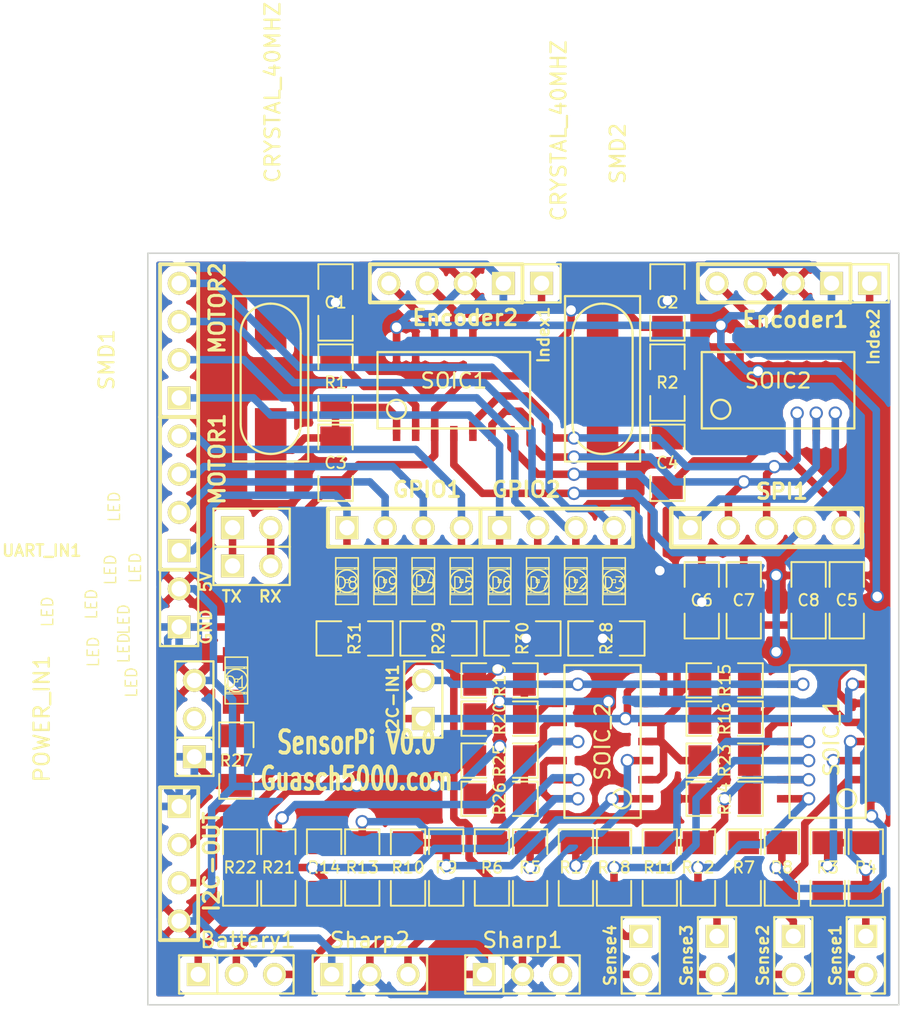
<source format=kicad_pcb>
(kicad_pcb (version 3) (host pcbnew "(2013-07-07 BZR 4022)-stable")
  (layers (15 F.Cu signal) (0 B.Cu signal) (18 B.Paste user) (19 F.Paste user) (20 B.SilkS user) (21 F.SilkS user) (22 B.Mask user) (23 F.Mask user) (28 Edge.Cuts user))
  (net 0 "")
  (net 1 "- Sense BL")
  (net 2 "- Sense BR")
  (net 3 "- Sense Batt1")
  (net 4 "- Sense FL")
  (net 5 "- Sense FR")
  (net 6 5V)
  (net 7 Adr0)
  (net 8 Adr1)
  (net 9 Adr2)
  (net 10 Adr3)
  (net 11 CE0)
  (net 12 CE1)
  (net 13 CH1+)
  (net 14 CH2+)
  (net 15 CH3+)
  (net 16 CH4+)
  (net 17 CH5+)
  (net 18 CH6+)
  (net 19 CH7+)
  (net 20 CH8+)
  (net 21 "Enable BL")
  (net 22 "Enable BR")
  (net 23 "Enable FL")
  (net 24 "Enable FR")
  (net 25 Fckin_1)
  (net 26 Fckin_2)
  (net 27 Fckout_1)
  (net 28 Fckout_2)
  (net 29 GND)
  (net 30 "Input 1 L")
  (net 31 "Input 1 R")
  (net 32 "Input 2 L")
  (net 33 "Input 2 R")
  (net 34 "Left A")
  (net 35 "Left B")
  (net 36 "Left Index")
  (net 37 MISO)
  (net 38 MOSI)
  (net 39 N-0000036)
  (net 40 N-0000037)
  (net 41 N-0000038)
  (net 42 N-0000039)
  (net 43 N-0000040)
  (net 44 RX)
  (net 45 "Right A")
  (net 46 "Right B")
  (net 47 "Right Index")
  (net 48 SCK)
  (net 49 SCL)
  (net 50 SDA)
  (net 51 "Sense BL")
  (net 52 "Sense BR")
  (net 53 "Sense Batt1")
  (net 54 "Sense Batt2")
  (net 55 "Sense FL")
  (net 56 "Sense FR")
  (net 57 "Sharp Left")
  (net 58 "Sharp Right")
  (net 59 TX)
  (module SOIC-14-pins (layer F.Cu) (at 55.372 39.116)
    (fp_text reference SOIC1 (at 0 -0.635) (layer F.SilkS))
    (fp_text value LS7366R-S hide)
    (pad 1 smd rect (at -3.81 2.875) (size 0.5 1) (layers F.Cu F.Paste F.Mask) (net 27 Fckout_1))
    (pad 2 smd rect (at -2.54 2.875) (size 0.5 1) (layers F.Cu F.Paste F.Mask) (net 25 Fckin_1))
    (pad 3 smd rect (at -1.27 2.875) (size 0.5 1) (layers F.Cu F.Paste F.Mask) (net 29 GND))
    (pad 4 smd rect (at 0 2.875) (size 0.5 1) (layers F.Cu F.Paste F.Mask) (net 11 CE0))
    (pad 5 smd rect (at 1.27 2.875) (size 0.5 1) (layers F.Cu F.Paste F.Mask) (net 48 SCK))
    (pad 6 smd rect (at 2.54 2.875) (size 0.5 1) (layers F.Cu F.Paste F.Mask) (net 37 MISO))
    (pad 7 smd rect (at 3.81 2.875) (size 0.5 1) (layers F.Cu F.Paste F.Mask) (net 38 MOSI))
    (pad 12 smd rect (at -1.27 -2.875) (size 0.5 1) (layers F.Cu F.Paste F.Mask) (net 45 "Right A"))
    (pad 13 smd rect (at -2.54 -2.875) (size 0.5 1) (layers F.Cu F.Paste F.Mask) (net 6 5V))
    (pad 14 smd rect (at -3.81 -2.875) (size 0.5 1) (layers F.Cu F.Paste F.Mask) (net 6 5V))
    (pad 8 smd rect (at 3.81 -2.875) (size 0.5 1) (layers F.Cu F.Paste F.Mask))
    (pad 9 smd rect (at 2.54 -2.875) (size 0.5 1) (layers F.Cu F.Paste F.Mask))
    (pad 10 smd rect (at 1.27 -2.875) (size 0.5 1) (layers F.Cu F.Paste F.Mask) (net 47 "Right Index"))
    (pad 11 smd rect (at 0 -2.875) (size 0.5 1) (layers F.Cu F.Paste F.Mask) (net 46 "Right B"))
  )
  (module SOIC-14-pins (layer F.Cu) (at 80.264 62.484 90)
    (fp_text reference SOIC_1 (at 0.254 0.254 90) (layer F.SilkS))
    (fp_text value MCP3424 hide)
    (pad 1 smd rect (at -3.81 2.875 90) (size 0.5 1) (layers F.Cu F.Paste F.Mask) (net 13 CH1+))
    (pad 2 smd rect (at -2.54 2.875 90) (size 0.5 1) (layers F.Cu F.Paste F.Mask) (net 5 "- Sense FR"))
    (pad 3 smd rect (at -1.27 2.875 90) (size 0.5 1) (layers F.Cu F.Paste F.Mask) (net 14 CH2+))
    (pad 4 smd rect (at 0 2.875 90) (size 0.5 1) (layers F.Cu F.Paste F.Mask) (net 4 "- Sense FL"))
    (pad 5 smd rect (at 1.27 2.875 90) (size 0.5 1) (layers F.Cu F.Paste F.Mask) (net 29 GND))
    (pad 6 smd rect (at 2.54 2.875 90) (size 0.5 1) (layers F.Cu F.Paste F.Mask) (net 6 5V))
    (pad 7 smd rect (at 3.81 2.875 90) (size 0.5 1) (layers F.Cu F.Paste F.Mask) (net 50 SDA))
    (pad 12 smd rect (at -1.27 -2.875 90) (size 0.5 1) (layers F.Cu F.Paste F.Mask) (net 2 "- Sense BR"))
    (pad 13 smd rect (at -2.54 -2.875 90) (size 0.5 1) (layers F.Cu F.Paste F.Mask) (net 16 CH4+))
    (pad 14 smd rect (at -3.81 -2.875 90) (size 0.5 1) (layers F.Cu F.Paste F.Mask) (net 1 "- Sense BL"))
    (pad 8 smd rect (at 3.81 -2.875 90) (size 0.5 1) (layers F.Cu F.Paste F.Mask) (net 49 SCL))
    (pad 9 smd rect (at 2.54 -2.875 90) (size 0.5 1) (layers F.Cu F.Paste F.Mask) (net 7 Adr0))
    (pad 10 smd rect (at 1.27 -2.875 90) (size 0.5 1) (layers F.Cu F.Paste F.Mask) (net 8 Adr1))
    (pad 11 smd rect (at 0 -2.875 90) (size 0.5 1) (layers F.Cu F.Paste F.Mask) (net 15 CH3+))
  )
  (module SOIC-14-pins (layer F.Cu) (at 65.278 62.484 90)
    (fp_text reference SOIC_2 (at 0 0 90) (layer F.SilkS))
    (fp_text value MCP3424 hide)
    (pad 1 smd rect (at -3.81 2.875 90) (size 0.5 1) (layers F.Cu F.Paste F.Mask) (net 17 CH5+))
    (pad 2 smd rect (at -2.54 2.875 90) (size 0.5 1) (layers F.Cu F.Paste F.Mask) (net 29 GND))
    (pad 3 smd rect (at -1.27 2.875 90) (size 0.5 1) (layers F.Cu F.Paste F.Mask) (net 18 CH6+))
    (pad 4 smd rect (at 0 2.875 90) (size 0.5 1) (layers F.Cu F.Paste F.Mask) (net 29 GND))
    (pad 5 smd rect (at 1.27 2.875 90) (size 0.5 1) (layers F.Cu F.Paste F.Mask) (net 29 GND))
    (pad 6 smd rect (at 2.54 2.875 90) (size 0.5 1) (layers F.Cu F.Paste F.Mask) (net 6 5V))
    (pad 7 smd rect (at 3.81 2.875 90) (size 0.5 1) (layers F.Cu F.Paste F.Mask) (net 50 SDA))
    (pad 12 smd rect (at -1.27 -2.875 90) (size 0.5 1) (layers F.Cu F.Paste F.Mask) (net 3 "- Sense Batt1"))
    (pad 13 smd rect (at -2.54 -2.875 90) (size 0.5 1) (layers F.Cu F.Paste F.Mask) (net 20 CH8+))
    (pad 14 smd rect (at -3.81 -2.875 90) (size 0.5 1) (layers F.Cu F.Paste F.Mask) (net 3 "- Sense Batt1"))
    (pad 8 smd rect (at 3.81 -2.875 90) (size 0.5 1) (layers F.Cu F.Paste F.Mask) (net 49 SCL))
    (pad 9 smd rect (at 2.54 -2.875 90) (size 0.5 1) (layers F.Cu F.Paste F.Mask) (net 9 Adr2))
    (pad 10 smd rect (at 1.27 -2.875 90) (size 0.5 1) (layers F.Cu F.Paste F.Mask) (net 10 Adr3))
    (pad 11 smd rect (at 0 -2.875 90) (size 0.5 1) (layers F.Cu F.Paste F.Mask) (net 19 CH7+))
  )
  (module SOIC-14-pins (layer F.Cu) (at 76.962 39.116)
    (fp_text reference SOIC2 (at 0 -0.635) (layer F.SilkS))
    (fp_text value LS7366R-S hide)
    (pad 1 smd rect (at -3.81 2.875) (size 0.5 1) (layers F.Cu F.Paste F.Mask) (net 28 Fckout_2))
    (pad 2 smd rect (at -2.54 2.875) (size 0.5 1) (layers F.Cu F.Paste F.Mask) (net 26 Fckin_2))
    (pad 3 smd rect (at -1.27 2.875) (size 0.5 1) (layers F.Cu F.Paste F.Mask) (net 29 GND))
    (pad 4 smd rect (at 0 2.875) (size 0.5 1) (layers F.Cu F.Paste F.Mask) (net 12 CE1))
    (pad 5 smd rect (at 1.27 2.875) (size 0.5 1) (layers F.Cu F.Paste F.Mask) (net 48 SCK))
    (pad 6 smd rect (at 2.54 2.875) (size 0.5 1) (layers F.Cu F.Paste F.Mask) (net 37 MISO))
    (pad 7 smd rect (at 3.81 2.875) (size 0.5 1) (layers F.Cu F.Paste F.Mask) (net 38 MOSI))
    (pad 12 smd rect (at -1.27 -2.875) (size 0.5 1) (layers F.Cu F.Paste F.Mask) (net 34 "Left A"))
    (pad 13 smd rect (at -2.54 -2.875) (size 0.5 1) (layers F.Cu F.Paste F.Mask) (net 6 5V))
    (pad 14 smd rect (at -3.81 -2.875) (size 0.5 1) (layers F.Cu F.Paste F.Mask) (net 6 5V))
    (pad 8 smd rect (at 3.81 -2.875) (size 0.5 1) (layers F.Cu F.Paste F.Mask))
    (pad 9 smd rect (at 2.54 -2.875) (size 0.5 1) (layers F.Cu F.Paste F.Mask))
    (pad 10 smd rect (at 1.27 -2.875) (size 0.5 1) (layers F.Cu F.Paste F.Mask) (net 36 "Left Index"))
    (pad 11 smd rect (at 0 -2.875) (size 0.5 1) (layers F.Cu F.Paste F.Mask) (net 35 "Left B"))
  )
  (module SMD-Crystal (layer F.Cu) (at 43.18 38.354 270)
    (fp_text reference SMD1 (at -1.27 10.922 270) (layer F.SilkS))
    (fp_text value CRYSTAL_40MHZ (at -19.05 -0.127 270) (layer F.SilkS))
    (pad 1 smd rect (at -4.75 0 270) (size 5.6 2.1) (layers F.Cu F.Paste F.Mask) (net 25 Fckin_1))
    (pad 2 smd rect (at 4.75 0 270) (size 5.6 2.1) (layers F.Cu F.Paste F.Mask) (net 27 Fckout_1))
  )
  (module SMD-Crystal (layer F.Cu) (at 65.278 38.354 270)
    (fp_text reference SMD2 (at -14.986 -1.016 270) (layer F.SilkS))
    (fp_text value CRYSTAL_40MHZ (at -16.51 2.921 270) (layer F.SilkS))
    (pad 1 smd rect (at -4.75 0 270) (size 5.6 2.1) (layers F.Cu F.Paste F.Mask) (net 26 Fckin_2))
    (pad 2 smd rect (at 4.75 0 270) (size 5.6 2.1) (layers F.Cu F.Paste F.Mask) (net 28 Fckout_2))
  )
  (module SM1206 (layer F.Cu) (at 41.148 70.866 270)
    (fp_text reference R22 (at 0 0 360) (layer F.SilkS) (effects (font (size 0.762 0.762) (thickness 0.127))))
    (fp_text value 6.8K hide)
    (pad 1 smd rect (at -1.651 0 270) (size 1.524 2.032) (layers F.Cu F.Paste F.Mask) (net 19 CH7+))
    (pad 2 smd rect (at 1.651 0 270) (size 1.524 2.032) (layers F.Cu F.Paste F.Mask) (net 3 "- Sense Batt1"))
  )
  (module SM1206 (layer F.Cu) (at 73.406 63.754)
    (fp_text reference R23 (at 0 0 90) (layer F.SilkS) (effects (font (size 0.762 0.762) (thickness 0.127))))
    (fp_text value 0 hide)
    (pad 1 smd rect (at -1.651 0) (size 1.524 2.032) (layers F.Cu F.Paste F.Mask) (net 29 GND))
    (pad 2 smd rect (at 1.651 0) (size 1.524 2.032) (layers F.Cu F.Paste F.Mask) (net 8 Adr1))
  )
  (module SM1206 (layer F.Cu) (at 73.406 66.294 180)
    (fp_text reference R24 (at 0 0 270) (layer F.SilkS) (effects (font (size 0.762 0.762) (thickness 0.127))))
    (fp_text value 0 hide)
    (pad 1 smd rect (at -1.651 0 180) (size 1.524 2.032) (layers F.Cu F.Paste F.Mask) (net 8 Adr1))
    (pad 2 smd rect (at 1.651 0 180) (size 1.524 2.032) (layers F.Cu F.Paste F.Mask) (net 6 5V))
  )
  (module SM1206 (layer F.Cu) (at 58.42 58.42)
    (fp_text reference R19 (at 0 0 90) (layer F.SilkS) (effects (font (size 0.762 0.762) (thickness 0.127))))
    (fp_text value 0 hide)
    (pad 1 smd rect (at -1.651 0) (size 1.524 2.032) (layers F.Cu F.Paste F.Mask) (net 29 GND))
    (pad 2 smd rect (at 1.651 0) (size 1.524 2.032) (layers F.Cu F.Paste F.Mask) (net 9 Adr2))
  )
  (module SM1206 (layer F.Cu) (at 58.42 60.96 180)
    (fp_text reference R20 (at 0 0 270) (layer F.SilkS) (effects (font (size 0.762 0.762) (thickness 0.127))))
    (fp_text value 0 hide)
    (pad 1 smd rect (at -1.651 0 180) (size 1.524 2.032) (layers F.Cu F.Paste F.Mask) (net 9 Adr2))
    (pad 2 smd rect (at 1.651 0 180) (size 1.524 2.032) (layers F.Cu F.Paste F.Mask) (net 6 5V))
  )
  (module SM1206 (layer F.Cu) (at 58.42 63.754)
    (fp_text reference R25 (at 0 0 90) (layer F.SilkS) (effects (font (size 0.762 0.762) (thickness 0.127))))
    (fp_text value 0 hide)
    (pad 1 smd rect (at -1.651 0) (size 1.524 2.032) (layers F.Cu F.Paste F.Mask) (net 29 GND))
    (pad 2 smd rect (at 1.651 0) (size 1.524 2.032) (layers F.Cu F.Paste F.Mask) (net 10 Adr3))
  )
  (module SM1206 (layer F.Cu) (at 58.42 66.294 180)
    (fp_text reference R26 (at 0 0 270) (layer F.SilkS) (effects (font (size 0.762 0.762) (thickness 0.127))))
    (fp_text value 0 hide)
    (pad 1 smd rect (at -1.651 0 180) (size 1.524 2.032) (layers F.Cu F.Paste F.Mask) (net 10 Adr3))
    (pad 2 smd rect (at 1.651 0 180) (size 1.524 2.032) (layers F.Cu F.Paste F.Mask) (net 6 5V))
  )
  (module SM1206 (layer F.Cu) (at 46.736 70.866 270)
    (fp_text reference R14 (at 0 0 360) (layer F.SilkS) (effects (font (size 0.762 0.762) (thickness 0.127))))
    (fp_text value 2.5K hide)
    (pad 1 smd rect (at -1.651 0 270) (size 1.524 2.032) (layers F.Cu F.Paste F.Mask) (net 20 CH8+))
    (pad 2 smd rect (at 1.651 0 270) (size 1.524 2.032) (layers F.Cu F.Paste F.Mask) (net 3 "- Sense Batt1"))
  )
  (module SM1206 (layer F.Cu) (at 49.276 70.866 90)
    (fp_text reference R13 (at 0 0 180) (layer F.SilkS) (effects (font (size 0.762 0.762) (thickness 0.127))))
    (fp_text value 10K hide)
    (pad 1 smd rect (at -1.651 0 90) (size 1.524 2.032) (layers F.Cu F.Paste F.Mask) (net 54 "Sense Batt2"))
    (pad 2 smd rect (at 1.651 0 90) (size 1.524 2.032) (layers F.Cu F.Paste F.Mask) (net 20 CH8+))
  )
  (module SM1206 (layer F.Cu) (at 43.688 70.866 90)
    (fp_text reference R21 (at 0 0 180) (layer F.SilkS) (effects (font (size 0.762 0.762) (thickness 0.127))))
    (fp_text value 10K hide)
    (pad 1 smd rect (at -1.651 0 90) (size 1.524 2.032) (layers F.Cu F.Paste F.Mask) (net 53 "Sense Batt1"))
    (pad 2 smd rect (at 1.651 0 90) (size 1.524 2.032) (layers F.Cu F.Paste F.Mask) (net 19 CH7+))
  )
  (module SM1206 (layer F.Cu) (at 52.324 70.866 270)
    (fp_text reference R10 (at 0 0 360) (layer F.SilkS) (effects (font (size 0.762 0.762) (thickness 0.127))))
    (fp_text value 10K hide)
    (pad 1 smd rect (at -1.651 0 270) (size 1.524 2.032) (layers F.Cu F.Paste F.Mask) (net 17 CH5+))
    (pad 2 smd rect (at 1.651 0 270) (size 1.524 2.032) (layers F.Cu F.Paste F.Mask) (net 29 GND))
  )
  (module SM1206 (layer F.Cu) (at 54.864 70.866 90)
    (fp_text reference R9 (at 0 0 180) (layer F.SilkS) (effects (font (size 0.762 0.762) (thickness 0.127))))
    (fp_text value 6K hide)
    (pad 1 smd rect (at -1.651 0 90) (size 1.524 2.032) (layers F.Cu F.Paste F.Mask) (net 58 "Sharp Right"))
    (pad 2 smd rect (at 1.651 0 90) (size 1.524 2.032) (layers F.Cu F.Paste F.Mask) (net 17 CH5+))
  )
  (module SM1206 (layer F.Cu) (at 57.912 70.866 270)
    (fp_text reference R6 (at 0 0 360) (layer F.SilkS) (effects (font (size 0.762 0.762) (thickness 0.127))))
    (fp_text value 10K hide)
    (pad 1 smd rect (at -1.651 0 270) (size 1.524 2.032) (layers F.Cu F.Paste F.Mask) (net 18 CH6+))
    (pad 2 smd rect (at 1.651 0 270) (size 1.524 2.032) (layers F.Cu F.Paste F.Mask) (net 29 GND))
  )
  (module SM1206 (layer F.Cu) (at 60.452 70.866 90)
    (fp_text reference R5 (at 0 0 180) (layer F.SilkS) (effects (font (size 0.762 0.762) (thickness 0.127))))
    (fp_text value 6K hide)
    (pad 1 smd rect (at -1.651 0 90) (size 1.524 2.032) (layers F.Cu F.Paste F.Mask) (net 57 "Sharp Left"))
    (pad 2 smd rect (at 1.651 0 90) (size 1.524 2.032) (layers F.Cu F.Paste F.Mask) (net 18 CH6+))
  )
  (module SM1206 (layer F.Cu) (at 77.216 70.866 270)
    (fp_text reference R8 (at 0 0 360) (layer F.SilkS) (effects (font (size 0.762 0.762) (thickness 0.127))))
    (fp_text value 10K hide)
    (pad 1 smd rect (at -1.651 0 270) (size 1.524 2.032) (layers F.Cu F.Paste F.Mask) (net 13 CH1+))
    (pad 2 smd rect (at 1.651 0 270) (size 1.524 2.032) (layers F.Cu F.Paste F.Mask) (net 5 "- Sense FR"))
  )
  (module SM1206 (layer F.Cu) (at 73.406 60.96 180)
    (fp_text reference R16 (at 0 0 270) (layer F.SilkS) (effects (font (size 0.762 0.762) (thickness 0.127))))
    (fp_text value 0 hide)
    (pad 1 smd rect (at -1.651 0 180) (size 1.524 2.032) (layers F.Cu F.Paste F.Mask) (net 7 Adr0))
    (pad 2 smd rect (at 1.651 0 180) (size 1.524 2.032) (layers F.Cu F.Paste F.Mask) (net 6 5V))
  )
  (module SM1206 (layer F.Cu) (at 47.498 43.942 90)
    (fp_text reference C3 (at 0 0 180) (layer F.SilkS) (effects (font (size 0.762 0.762) (thickness 0.127))))
    (fp_text value 18pF hide)
    (pad 1 smd rect (at -1.651 0 90) (size 1.524 2.032) (layers F.Cu F.Paste F.Mask) (net 29 GND))
    (pad 2 smd rect (at 1.651 0 90) (size 1.524 2.032) (layers F.Cu F.Paste F.Mask) (net 27 Fckout_1))
  )
  (module SM1206 (layer F.Cu) (at 47.498 33.274 270)
    (fp_text reference C1 (at 0 0 360) (layer F.SilkS) (effects (font (size 0.762 0.762) (thickness 0.127))))
    (fp_text value 18pF hide)
    (pad 1 smd rect (at -1.651 0 270) (size 1.524 2.032) (layers F.Cu F.Paste F.Mask) (net 29 GND))
    (pad 2 smd rect (at 1.651 0 270) (size 1.524 2.032) (layers F.Cu F.Paste F.Mask) (net 25 Fckin_1))
  )
  (module SM1206 (layer F.Cu) (at 69.596 38.608 270)
    (fp_text reference R2 (at 0 0 360) (layer F.SilkS) (effects (font (size 0.762 0.762) (thickness 0.127))))
    (fp_text value 1M hide)
    (pad 1 smd rect (at -1.651 0 270) (size 1.524 2.032) (layers F.Cu F.Paste F.Mask) (net 26 Fckin_2))
    (pad 2 smd rect (at 1.651 0 270) (size 1.524 2.032) (layers F.Cu F.Paste F.Mask) (net 28 Fckout_2))
  )
  (module SM1206 (layer F.Cu) (at 69.596 43.942 90)
    (fp_text reference C4 (at 0 0 180) (layer F.SilkS) (effects (font (size 0.762 0.762) (thickness 0.127))))
    (fp_text value 18pF hide)
    (pad 1 smd rect (at -1.651 0 90) (size 1.524 2.032) (layers F.Cu F.Paste F.Mask) (net 29 GND))
    (pad 2 smd rect (at 1.651 0 90) (size 1.524 2.032) (layers F.Cu F.Paste F.Mask) (net 28 Fckout_2))
  )
  (module SM1206 (layer F.Cu) (at 69.596 33.274 270)
    (fp_text reference C2 (at 0 0 360) (layer F.SilkS) (effects (font (size 0.762 0.762) (thickness 0.127))))
    (fp_text value 18pF hide)
    (pad 1 smd rect (at -1.651 0 270) (size 1.524 2.032) (layers F.Cu F.Paste F.Mask) (net 29 GND))
    (pad 2 smd rect (at 1.651 0 270) (size 1.524 2.032) (layers F.Cu F.Paste F.Mask) (net 26 Fckin_2))
  )
  (module SM1206 (layer F.Cu) (at 47.498 38.608 270)
    (fp_text reference R1 (at 0 0 360) (layer F.SilkS) (effects (font (size 0.762 0.762) (thickness 0.127))))
    (fp_text value 1M hide)
    (pad 1 smd rect (at -1.651 0 270) (size 1.524 2.032) (layers F.Cu F.Paste F.Mask) (net 25 Fckin_1))
    (pad 2 smd rect (at 1.651 0 270) (size 1.524 2.032) (layers F.Cu F.Paste F.Mask) (net 27 Fckout_1))
  )
  (module SM1206 (layer F.Cu) (at 80.264 70.866 90)
    (fp_text reference R3 (at 0 0 180) (layer F.SilkS) (effects (font (size 0.762 0.762) (thickness 0.127))))
    (fp_text value 0 hide)
    (pad 1 smd rect (at -1.651 0 90) (size 1.524 2.032) (layers F.Cu F.Paste F.Mask) (net 55 "Sense FL"))
    (pad 2 smd rect (at 1.651 0 90) (size 1.524 2.032) (layers F.Cu F.Paste F.Mask) (net 14 CH2+))
  )
  (module SM1206 (layer F.Cu) (at 74.676 70.866 90)
    (fp_text reference R7 (at 0 0 180) (layer F.SilkS) (effects (font (size 0.762 0.762) (thickness 0.127))))
    (fp_text value 0 hide)
    (pad 1 smd rect (at -1.651 0 90) (size 1.524 2.032) (layers F.Cu F.Paste F.Mask) (net 56 "Sense FR"))
    (pad 2 smd rect (at 1.651 0 90) (size 1.524 2.032) (layers F.Cu F.Paste F.Mask) (net 13 CH1+))
  )
  (module SM1206 (layer F.Cu) (at 82.804 70.866 270)
    (fp_text reference R4 (at 0 0 360) (layer F.SilkS) (effects (font (size 0.762 0.762) (thickness 0.127))))
    (fp_text value 10K hide)
    (pad 1 smd rect (at -1.651 0 270) (size 1.524 2.032) (layers F.Cu F.Paste F.Mask) (net 14 CH2+))
    (pad 2 smd rect (at 1.651 0 270) (size 1.524 2.032) (layers F.Cu F.Paste F.Mask) (net 4 "- Sense FL"))
  )
  (module SM1206 (layer F.Cu) (at 69.088 70.866 90)
    (fp_text reference R11 (at 0 0 180) (layer F.SilkS) (effects (font (size 0.762 0.762) (thickness 0.127))))
    (fp_text value 0 hide)
    (pad 1 smd rect (at -1.651 0 90) (size 1.524 2.032) (layers F.Cu F.Paste F.Mask) (net 51 "Sense BL"))
    (pad 2 smd rect (at 1.651 0 90) (size 1.524 2.032) (layers F.Cu F.Paste F.Mask) (net 16 CH4+))
  )
  (module SM1206 (layer F.Cu) (at 71.628 70.866 270)
    (fp_text reference R12 (at 0 0 360) (layer F.SilkS) (effects (font (size 0.762 0.762) (thickness 0.127))))
    (fp_text value 10K hide)
    (pad 1 smd rect (at -1.651 0 270) (size 1.524 2.032) (layers F.Cu F.Paste F.Mask) (net 16 CH4+))
    (pad 2 smd rect (at 1.651 0 270) (size 1.524 2.032) (layers F.Cu F.Paste F.Mask) (net 1 "- Sense BL"))
  )
  (module SM1206 (layer F.Cu) (at 63.5 70.866 90)
    (fp_text reference R17 (at 0 0 180) (layer F.SilkS) (effects (font (size 0.762 0.762) (thickness 0.127))))
    (fp_text value 0 hide)
    (pad 1 smd rect (at -1.651 0 90) (size 1.524 2.032) (layers F.Cu F.Paste F.Mask) (net 52 "Sense BR"))
    (pad 2 smd rect (at 1.651 0 90) (size 1.524 2.032) (layers F.Cu F.Paste F.Mask) (net 15 CH3+))
  )
  (module SM1206 (layer F.Cu) (at 66.04 70.866 270)
    (fp_text reference R18 (at 0 0 360) (layer F.SilkS) (effects (font (size 0.762 0.762) (thickness 0.127))))
    (fp_text value 10K hide)
    (pad 1 smd rect (at -1.651 0 270) (size 1.524 2.032) (layers F.Cu F.Paste F.Mask) (net 15 CH3+))
    (pad 2 smd rect (at 1.651 0 270) (size 1.524 2.032) (layers F.Cu F.Paste F.Mask) (net 2 "- Sense BR"))
  )
  (module SM1206 (layer F.Cu) (at 73.406 58.42)
    (fp_text reference R15 (at 0 0 90) (layer F.SilkS) (effects (font (size 0.762 0.762) (thickness 0.127))))
    (fp_text value 0 hide)
    (pad 1 smd rect (at -1.651 0) (size 1.524 2.032) (layers F.Cu F.Paste F.Mask) (net 29 GND))
    (pad 2 smd rect (at 1.651 0) (size 1.524 2.032) (layers F.Cu F.Paste F.Mask) (net 7 Adr0))
  )
  (module PIN_ARRAY_5x1 (layer F.Cu) (at 76.2 48.26)
    (fp_text reference SPI1 (at 1.016 -2.413) (layer F.SilkS) (effects (font (size 1.016 1.016) (thickness 0.2032))))
    (fp_text value CONN_5 hide)
    (pad 1 thru_hole rect (at -5.08 0) (size 1.524 1.524) (drill 1.016) (layers *.Cu *.Mask F.SilkS) (net 38 MOSI))
    (pad 2 thru_hole circle (at -2.54 0) (size 1.524 1.524) (drill 1.016) (layers *.Cu *.Mask F.SilkS) (net 37 MISO))
    (pad 3 thru_hole circle (at 0 0) (size 1.524 1.524) (drill 1.016) (layers *.Cu *.Mask F.SilkS) (net 48 SCK))
    (pad 4 thru_hole circle (at 2.54 0) (size 1.524 1.524) (drill 1.016) (layers *.Cu *.Mask F.SilkS) (net 11 CE0))
    (pad 5 thru_hole circle (at 5.08 0) (size 1.524 1.524) (drill 1.016) (layers *.Cu *.Mask F.SilkS) (net 12 CE1))
  )
  (module PIN_ARRAY_4x1 (layer F.Cu) (at 54.864 32.004 180)
    (fp_text reference Encoder2 (at -1.27 -2.286 180) (layer F.SilkS) (effects (font (size 1.016 1.016) (thickness 0.2032))))
    (fp_text value CONN_4 hide)
    (pad 1 thru_hole rect (at -3.81 0 180) (size 1.524 1.524) (drill 1.016) (layers *.Cu *.Mask F.SilkS) (net 29 GND))
    (pad 2 thru_hole circle (at -1.27 0 180) (size 1.524 1.524) (drill 1.016) (layers *.Cu *.Mask F.SilkS) (net 6 5V))
    (pad 3 thru_hole circle (at 1.27 0 180) (size 1.524 1.524) (drill 1.016) (layers *.Cu *.Mask F.SilkS) (net 46 "Right B"))
    (pad 4 thru_hole circle (at 3.81 0 180) (size 1.524 1.524) (drill 1.016) (layers *.Cu *.Mask F.SilkS) (net 45 "Right A"))
  )
  (module PIN_ARRAY_4x1 (layer F.Cu) (at 76.708 32.004 180)
    (fp_text reference Encoder1 (at -1.397 -2.413 180) (layer F.SilkS) (effects (font (size 1.016 1.016) (thickness 0.2032))))
    (fp_text value CONN_4 hide)
    (pad 1 thru_hole rect (at -3.81 0 180) (size 1.524 1.524) (drill 1.016) (layers *.Cu *.Mask F.SilkS) (net 29 GND))
    (pad 2 thru_hole circle (at -1.27 0 180) (size 1.524 1.524) (drill 1.016) (layers *.Cu *.Mask F.SilkS) (net 6 5V))
    (pad 3 thru_hole circle (at 1.27 0 180) (size 1.524 1.524) (drill 1.016) (layers *.Cu *.Mask F.SilkS) (net 35 "Left B"))
    (pad 4 thru_hole circle (at 3.81 0 180) (size 1.524 1.524) (drill 1.016) (layers *.Cu *.Mask F.SilkS) (net 34 "Left A"))
  )
  (module PIN_ARRAY_4x1 (layer F.Cu) (at 37.084 35.814 90)
    (fp_text reference MOTOR2 (at 2.159 2.54 90) (layer F.SilkS) (effects (font (size 1.016 1.016) (thickness 0.2032))))
    (fp_text value CONN_4 hide)
    (pad 1 thru_hole rect (at -3.81 0 90) (size 1.524 1.524) (drill 1.016) (layers *.Cu *.Mask F.SilkS) (net 23 "Enable FL"))
    (pad 2 thru_hole circle (at -1.27 0 90) (size 1.524 1.524) (drill 1.016) (layers *.Cu *.Mask F.SilkS) (net 21 "Enable BL"))
    (pad 3 thru_hole circle (at 1.27 0 90) (size 1.524 1.524) (drill 1.016) (layers *.Cu *.Mask F.SilkS) (net 30 "Input 1 L"))
    (pad 4 thru_hole circle (at 3.81 0 90) (size 1.524 1.524) (drill 1.016) (layers *.Cu *.Mask F.SilkS) (net 32 "Input 2 L"))
  )
  (module PIN_ARRAY_4x1 (layer F.Cu) (at 62.23 48.26)
    (fp_text reference GPIO2 (at -2.032 -2.54) (layer F.SilkS) (effects (font (size 1.016 1.016) (thickness 0.2032))))
    (fp_text value CONN_4 hide)
    (pad 1 thru_hole rect (at -3.81 0) (size 1.524 1.524) (drill 1.016) (layers *.Cu *.Mask F.SilkS) (net 23 "Enable FL"))
    (pad 2 thru_hole circle (at -1.27 0) (size 1.524 1.524) (drill 1.016) (layers *.Cu *.Mask F.SilkS) (net 21 "Enable BL"))
    (pad 3 thru_hole circle (at 1.27 0) (size 1.524 1.524) (drill 1.016) (layers *.Cu *.Mask F.SilkS) (net 30 "Input 1 L"))
    (pad 4 thru_hole circle (at 3.81 0) (size 1.524 1.524) (drill 1.016) (layers *.Cu *.Mask F.SilkS) (net 32 "Input 2 L"))
  )
  (module PIN_ARRAY_4x1 (layer F.Cu) (at 52.07 48.26)
    (fp_text reference GPIO1 (at 1.524 -2.54) (layer F.SilkS) (effects (font (size 1.016 1.016) (thickness 0.2032))))
    (fp_text value CONN_4 hide)
    (pad 1 thru_hole rect (at -3.81 0) (size 1.524 1.524) (drill 1.016) (layers *.Cu *.Mask F.SilkS) (net 24 "Enable FR"))
    (pad 2 thru_hole circle (at -1.27 0) (size 1.524 1.524) (drill 1.016) (layers *.Cu *.Mask F.SilkS) (net 22 "Enable BR"))
    (pad 3 thru_hole circle (at 1.27 0) (size 1.524 1.524) (drill 1.016) (layers *.Cu *.Mask F.SilkS) (net 31 "Input 1 R"))
    (pad 4 thru_hole circle (at 3.81 0) (size 1.524 1.524) (drill 1.016) (layers *.Cu *.Mask F.SilkS) (net 33 "Input 2 R"))
  )
  (module PIN_ARRAY_4x1 (layer F.Cu) (at 37.084 45.974 90)
    (fp_text reference MOTOR1 (at 2.286 2.54 90) (layer F.SilkS) (effects (font (size 1.016 1.016) (thickness 0.2032))))
    (fp_text value CONN_4 hide)
    (pad 1 thru_hole rect (at -3.81 0 90) (size 1.524 1.524) (drill 1.016) (layers *.Cu *.Mask F.SilkS) (net 24 "Enable FR"))
    (pad 2 thru_hole circle (at -1.27 0 90) (size 1.524 1.524) (drill 1.016) (layers *.Cu *.Mask F.SilkS) (net 22 "Enable BR"))
    (pad 3 thru_hole circle (at 1.27 0 90) (size 1.524 1.524) (drill 1.016) (layers *.Cu *.Mask F.SilkS) (net 31 "Input 1 R"))
    (pad 4 thru_hole circle (at 3.81 0 90) (size 1.524 1.524) (drill 1.016) (layers *.Cu *.Mask F.SilkS) (net 33 "Input 2 R"))
  )
  (module PIN_ARRAY_3X1 (layer F.Cu) (at 40.894 77.978)
    (fp_text reference Battery1 (at 0.762 -2.286) (layer F.SilkS) (effects (font (size 1.016 1.016) (thickness 0.1524))))
    (fp_text value CONN_3 hide)
    (pad 1 thru_hole rect (at -2.54 0) (size 1.524 1.524) (drill 1.016) (layers *.Cu *.Mask F.SilkS) (net 3 "- Sense Batt1"))
    (pad 2 thru_hole circle (at 0 0) (size 1.524 1.524) (drill 1.016) (layers *.Cu *.Mask F.SilkS) (net 53 "Sense Batt1"))
    (pad 3 thru_hole circle (at 2.54 0) (size 1.524 1.524) (drill 1.016) (layers *.Cu *.Mask F.SilkS) (net 54 "Sense Batt2"))
  )
  (module PIN_ARRAY_3X1 (layer F.Cu) (at 59.944 77.978)
    (fp_text reference Sharp1 (at 0 -2.286) (layer F.SilkS) (effects (font (size 1.016 1.016) (thickness 0.1524))))
    (fp_text value CONN_3 hide)
    (pad 1 thru_hole rect (at -2.54 0) (size 1.524 1.524) (drill 1.016) (layers *.Cu *.Mask F.SilkS) (net 6 5V))
    (pad 2 thru_hole circle (at 0 0) (size 1.524 1.524) (drill 1.016) (layers *.Cu *.Mask F.SilkS) (net 29 GND))
    (pad 3 thru_hole circle (at 2.54 0) (size 1.524 1.524) (drill 1.016) (layers *.Cu *.Mask F.SilkS) (net 57 "Sharp Left"))
  )
  (module PIN_ARRAY_3X1 (layer F.Cu) (at 49.784 77.978)
    (fp_text reference Sharp2 (at 0 -2.286) (layer F.SilkS) (effects (font (size 1.016 1.016) (thickness 0.1524))))
    (fp_text value CONN_3 hide)
    (pad 1 thru_hole rect (at -2.54 0) (size 1.524 1.524) (drill 1.016) (layers *.Cu *.Mask F.SilkS) (net 6 5V))
    (pad 2 thru_hole circle (at 0 0) (size 1.524 1.524) (drill 1.016) (layers *.Cu *.Mask F.SilkS) (net 29 GND))
    (pad 3 thru_hole circle (at 2.54 0) (size 1.524 1.524) (drill 1.016) (layers *.Cu *.Mask F.SilkS) (net 58 "Sharp Right"))
  )
  (module PIN_ARRAY_2X1 (layer F.Cu) (at 77.978 76.708 270)
    (fp_text reference Sense2 (at 0 2.032 270) (layer F.SilkS) (effects (font (size 0.762 0.762) (thickness 0.1524))))
    (fp_text value CONN_2 hide)
    (pad 1 thru_hole rect (at -1.27 0 270) (size 1.524 1.524) (drill 1.016) (layers *.Cu *.Mask F.SilkS) (net 5 "- Sense FR"))
    (pad 2 thru_hole circle (at 1.27 0 270) (size 1.524 1.524) (drill 1.016) (layers *.Cu *.Mask F.SilkS) (net 56 "Sense FR"))
  )
  (module PIN_ARRAY_2X1 (layer F.Cu) (at 72.898 76.708 270)
    (fp_text reference Sense3 (at 0 2.032 270) (layer F.SilkS) (effects (font (size 0.762 0.762) (thickness 0.1524))))
    (fp_text value CONN_2 hide)
    (pad 1 thru_hole rect (at -1.27 0 270) (size 1.524 1.524) (drill 1.016) (layers *.Cu *.Mask F.SilkS) (net 1 "- Sense BL"))
    (pad 2 thru_hole circle (at 1.27 0 270) (size 1.524 1.524) (drill 1.016) (layers *.Cu *.Mask F.SilkS) (net 51 "Sense BL"))
  )
  (module PIN_ARRAY_2X1 (layer F.Cu) (at 67.818 76.708 270)
    (fp_text reference Sense4 (at 0 2.032 270) (layer F.SilkS) (effects (font (size 0.762 0.762) (thickness 0.1524))))
    (fp_text value CONN_2 hide)
    (pad 1 thru_hole rect (at -1.27 0 270) (size 1.524 1.524) (drill 1.016) (layers *.Cu *.Mask F.SilkS) (net 2 "- Sense BR"))
    (pad 2 thru_hole circle (at 1.27 0 270) (size 1.524 1.524) (drill 1.016) (layers *.Cu *.Mask F.SilkS) (net 52 "Sense BR"))
  )
  (module PIN_ARRAY_2X1 (layer F.Cu) (at 82.804 76.708 270)
    (fp_text reference Sense1 (at 0 2.032 270) (layer F.SilkS) (effects (font (size 0.762 0.762) (thickness 0.1524))))
    (fp_text value CONN_2 hide)
    (pad 1 thru_hole rect (at -1.27 0 270) (size 1.524 1.524) (drill 1.016) (layers *.Cu *.Mask F.SilkS) (net 4 "- Sense FL"))
    (pad 2 thru_hole circle (at 1.27 0 270) (size 1.524 1.524) (drill 1.016) (layers *.Cu *.Mask F.SilkS) (net 55 "Sense FL"))
  )
  (module PIN_ARRAY_2X1 (layer F.Cu) (at 41.91 50.8)
    (fp_text reference "TX  RX" (at 0 2.032) (layer F.SilkS) (effects (font (size 0.762 0.762) (thickness 0.1524))))
    (fp_text value CONN_2 hide)
    (pad 1 thru_hole rect (at -1.27 0) (size 1.524 1.524) (drill 1.016) (layers *.Cu *.Mask F.SilkS) (net 59 TX))
    (pad 2 thru_hole circle (at 1.27 0) (size 1.524 1.524) (drill 1.016) (layers *.Cu *.Mask F.SilkS) (net 44 RX))
  )
  (module PIN_ARRAY_2X1 (layer F.Cu) (at 41.91 48.26)
    (fp_text reference UART_IN1 (at -13.97 1.524) (layer F.SilkS) (effects (font (size 0.762 0.762) (thickness 0.1524))))
    (fp_text value CONN_2 hide)
    (pad 1 thru_hole rect (at -1.27 0) (size 1.524 1.524) (drill 1.016) (layers *.Cu *.Mask F.SilkS) (net 59 TX))
    (pad 2 thru_hole circle (at 1.27 0) (size 1.524 1.524) (drill 1.016) (layers *.Cu *.Mask F.SilkS) (net 44 RX))
  )
  (module PIN_ARRAY_2X1 (layer F.Cu) (at 53.34 59.69 90)
    (fp_text reference I2C-IN1 (at 0 -2.032 90) (layer F.SilkS) (effects (font (size 0.762 0.762) (thickness 0.1524))))
    (fp_text value CONN_2 hide)
    (pad 1 thru_hole rect (at -1.27 0 90) (size 1.524 1.524) (drill 1.016) (layers *.Cu *.Mask F.SilkS) (net 50 SDA))
    (pad 2 thru_hole circle (at 1.27 0 90) (size 1.524 1.524) (drill 1.016) (layers *.Cu *.Mask F.SilkS) (net 49 SCL))
  )
  (module PIN_ARRAY_1 (layer F.Cu) (at 83.058 32.004)
    (fp_text reference Index2 (at 0.254 3.556 90) (layer F.SilkS) (effects (font (size 0.762 0.762) (thickness 0.1524))))
    (fp_text value CONN_1 hide)
    (pad 1 thru_hole rect (at 0 0) (size 1.524 1.524) (drill 1.016) (layers *.Cu *.Mask F.SilkS) (net 36 "Left Index"))
  )
  (module PIN_ARRAY_1 (layer F.Cu) (at 61.214 32.004)
    (fp_text reference Index1 (at 0.127 3.429 90) (layer F.SilkS) (effects (font (size 0.762 0.762) (thickness 0.1524))))
    (fp_text value CONN_1 hide)
    (pad 1 thru_hole rect (at 0 0) (size 1.524 1.524) (drill 1.016) (layers *.Cu *.Mask F.SilkS) (net 47 "Right Index"))
  )
  (module PIN_ARRAY_3X1 (layer F.Cu) (at 38.1 60.96 90)
    (fp_text reference POWER_IN1 (at 0 -10.16 90) (layer F.SilkS) (effects (font (size 1.016 1.016) (thickness 0.1524))))
    (fp_text value CONN_3 hide)
    (pad 1 thru_hole rect (at -2.54 0 90) (size 1.524 1.524) (drill 1.016) (layers *.Cu *.Mask F.SilkS) (net 29 GND))
    (pad 2 thru_hole circle (at 0 0 90) (size 1.524 1.524) (drill 1.016) (layers *.Cu *.Mask F.SilkS))
    (pad 3 thru_hole circle (at 2.54 0 90) (size 1.524 1.524) (drill 1.016) (layers *.Cu *.Mask F.SilkS) (net 6 5V))
  )
  (module SM1206 (layer F.Cu) (at 78.994 53.086 90)
    (fp_text reference C8 (at 0 0 180) (layer F.SilkS) (effects (font (size 0.762 0.762) (thickness 0.127))))
    (fp_text value 0.1uF hide)
    (pad 1 smd rect (at -1.651 0 90) (size 1.524 2.032) (layers F.Cu F.Paste F.Mask) (net 29 GND))
    (pad 2 smd rect (at 1.651 0 90) (size 1.524 2.032) (layers F.Cu F.Paste F.Mask) (net 6 5V))
  )
  (module SM1206 (layer F.Cu) (at 81.534 53.086 90)
    (fp_text reference C5 (at 0 0 180) (layer F.SilkS) (effects (font (size 0.762 0.762) (thickness 0.127))))
    (fp_text value 10uF hide)
    (pad 1 smd rect (at -1.651 0 90) (size 1.524 2.032) (layers F.Cu F.Paste F.Mask) (net 29 GND))
    (pad 2 smd rect (at 1.651 0 90) (size 1.524 2.032) (layers F.Cu F.Paste F.Mask) (net 6 5V))
  )
  (module SM1206 (layer F.Cu) (at 74.676 53.086 90)
    (fp_text reference C7 (at 0 0 180) (layer F.SilkS) (effects (font (size 0.762 0.762) (thickness 0.127))))
    (fp_text value 0.1uF hide)
    (pad 1 smd rect (at -1.651 0 90) (size 1.524 2.032) (layers F.Cu F.Paste F.Mask) (net 29 GND))
    (pad 2 smd rect (at 1.651 0 90) (size 1.524 2.032) (layers F.Cu F.Paste F.Mask) (net 6 5V))
  )
  (module SM1206 (layer F.Cu) (at 71.882 53.086 90)
    (fp_text reference C6 (at 0 0 180) (layer F.SilkS) (effects (font (size 0.762 0.762) (thickness 0.127))))
    (fp_text value 10uF hide)
    (pad 1 smd rect (at -1.651 0 90) (size 1.524 2.032) (layers F.Cu F.Paste F.Mask) (net 29 GND))
    (pad 2 smd rect (at 1.651 0 90) (size 1.524 2.032) (layers F.Cu F.Paste F.Mask) (net 6 5V))
  )
  (module PIN_ARRAY_4x1 (layer F.Cu) (at 37.084 70.612 270)
    (fp_text reference I2C-OUT (at -0.127 -2.159 270) (layer F.SilkS) (effects (font (size 1.016 1.016) (thickness 0.2032))))
    (fp_text value CONN_4 hide)
    (pad 1 thru_hole rect (at -3.81 0 270) (size 1.524 1.524) (drill 1.016) (layers *.Cu *.Mask F.SilkS) (net 29 GND))
    (pad 2 thru_hole circle (at -1.27 0 270) (size 1.524 1.524) (drill 1.016) (layers *.Cu *.Mask F.SilkS) (net 49 SCL))
    (pad 3 thru_hole circle (at 1.27 0 270) (size 1.524 1.524) (drill 1.016) (layers *.Cu *.Mask F.SilkS) (net 50 SDA))
    (pad 4 thru_hole circle (at 3.81 0 270) (size 1.524 1.524) (drill 1.016) (layers *.Cu *.Mask F.SilkS) (net 6 5V))
  )
  (module SM1206 (layer F.Cu) (at 40.894 63.754 90)
    (fp_text reference R27 (at 0 0 180) (layer F.SilkS) (effects (font (size 0.762 0.762) (thickness 0.127))))
    (fp_text value 180 hide)
    (pad 1 smd rect (at -1.651 0 90) (size 1.524 2.032) (layers F.Cu F.Paste F.Mask) (net 29 GND))
    (pad 2 smd rect (at 1.651 0 90) (size 1.524 2.032) (layers F.Cu F.Paste F.Mask) (net 41 N-0000038))
  )
  (module PIN_ARRAY_2X1 (layer F.Cu) (at 37.084 53.594 90)
    (fp_text reference "GND  5V" (at 0 1.778 90) (layer F.SilkS) (effects (font (size 0.762 0.762) (thickness 0.1524))))
    (fp_text value CONN_2 hide)
    (pad 1 thru_hole rect (at -1.27 0 90) (size 1.524 1.524) (drill 1.016) (layers *.Cu *.Mask F.SilkS) (net 29 GND))
    (pad 2 thru_hole circle (at 1.27 0 90) (size 1.524 1.524) (drill 1.016) (layers *.Cu *.Mask F.SilkS) (net 6 5V))
  )
  (module LED-1206 (layer F.Cu) (at 40.894 58.42 270)
    (fp_text reference D1 (at 0.127 0 360) (layer F.SilkS) (effects (font (size 0.762 0.762) (thickness 0.0889))))
    (fp_text value LED (at 0.127 6.985 270) (layer F.SilkS) (effects (font (size 0.762 0.762) (thickness 0.0889))))
    (pad 1 smd rect (at -1.41986 0 270) (size 1.59766 1.80086) (layers F.Cu F.Paste F.Mask) (net 6 5V))
    (pad 2 smd rect (at 1.41986 0 270) (size 1.59766 1.80086) (layers F.Cu F.Paste F.Mask) (net 41 N-0000038))
  )
  (module SM1206 (layer F.Cu) (at 54.356 55.626 180)
    (fp_text reference R29 (at 0 0 270) (layer F.SilkS) (effects (font (size 0.762 0.762) (thickness 0.127))))
    (fp_text value 180 hide)
    (pad 1 smd rect (at -1.651 0 180) (size 1.524 2.032) (layers F.Cu F.Paste F.Mask) (net 39 N-0000036))
    (pad 2 smd rect (at 1.651 0 180) (size 1.524 2.032) (layers F.Cu F.Paste F.Mask) (net 29 GND))
  )
  (module SM1206 (layer F.Cu) (at 65.532 55.626 180)
    (fp_text reference R28 (at 0 0 270) (layer F.SilkS) (effects (font (size 0.762 0.762) (thickness 0.127))))
    (fp_text value 180 hide)
    (pad 1 smd rect (at -1.651 0 180) (size 1.524 2.032) (layers F.Cu F.Paste F.Mask) (net 40 N-0000037))
    (pad 2 smd rect (at 1.651 0 180) (size 1.524 2.032) (layers F.Cu F.Paste F.Mask) (net 29 GND))
  )
  (module SM1206 (layer F.Cu) (at 59.944 55.626)
    (fp_text reference R30 (at 0 0 90) (layer F.SilkS) (effects (font (size 0.762 0.762) (thickness 0.127))))
    (fp_text value 180 hide)
    (pad 1 smd rect (at -1.651 0) (size 1.524 2.032) (layers F.Cu F.Paste F.Mask) (net 42 N-0000039))
    (pad 2 smd rect (at 1.651 0) (size 1.524 2.032) (layers F.Cu F.Paste F.Mask) (net 29 GND))
  )
  (module SM1206 (layer F.Cu) (at 48.768 55.626)
    (fp_text reference R31 (at 0 0 90) (layer F.SilkS) (effects (font (size 0.762 0.762) (thickness 0.127))))
    (fp_text value 180 hide)
    (pad 1 smd rect (at -1.651 0) (size 1.524 2.032) (layers F.Cu F.Paste F.Mask) (net 43 N-0000040))
    (pad 2 smd rect (at 1.651 0) (size 1.524 2.032) (layers F.Cu F.Paste F.Mask) (net 29 GND))
  )
  (module LED-1206 (layer F.Cu) (at 55.88 51.816 270)
    (fp_text reference D5 (at 0.127 -0.127 360) (layer F.SilkS) (effects (font (size 0.762 0.762) (thickness 0.0889))))
    (fp_text value LED (at -4.953 23.114 270) (layer F.SilkS) (effects (font (size 0.762 0.762) (thickness 0.0889))))
    (pad 1 smd rect (at -1.41986 0 270) (size 1.59766 1.80086) (layers F.Cu F.Paste F.Mask) (net 33 "Input 2 R"))
    (pad 2 smd rect (at 1.41986 0 270) (size 1.59766 1.80086) (layers F.Cu F.Paste F.Mask) (net 39 N-0000036))
  )
  (module LED-1206 (layer F.Cu) (at 53.34 51.816 270)
    (fp_text reference D4 (at 0 -0.127 360) (layer F.SilkS) (effects (font (size 0.762 0.762) (thickness 0.0889))))
    (fp_text value LED (at 2.032 25.019 270) (layer F.SilkS) (effects (font (size 0.762 0.762) (thickness 0.0889))))
    (pad 1 smd rect (at -1.41986 0 270) (size 1.59766 1.80086) (layers F.Cu F.Paste F.Mask) (net 31 "Input 1 R"))
    (pad 2 smd rect (at 1.41986 0 270) (size 1.59766 1.80086) (layers F.Cu F.Paste F.Mask) (net 39 N-0000036))
  )
  (module LED-1206 (layer F.Cu) (at 66.04 51.816 270)
    (fp_text reference D3 (at 0.127 0 360) (layer F.SilkS) (effects (font (size 0.762 0.762) (thickness 0.0889))))
    (fp_text value LED (at 4.445 32.639 270) (layer F.SilkS) (effects (font (size 0.762 0.762) (thickness 0.0889))))
    (pad 1 smd rect (at -1.41986 0 270) (size 1.59766 1.80086) (layers F.Cu F.Paste F.Mask) (net 32 "Input 2 L"))
    (pad 2 smd rect (at 1.41986 0 270) (size 1.59766 1.80086) (layers F.Cu F.Paste F.Mask) (net 40 N-0000037))
  )
  (module LED-1206 (layer F.Cu) (at 63.5 51.816 270)
    (fp_text reference D2 (at 0.127 -0.127 360) (layer F.SilkS) (effects (font (size 0.762 0.762) (thickness 0.0889))))
    (fp_text value LED (at 4.699 32.131 270) (layer F.SilkS) (effects (font (size 0.762 0.762) (thickness 0.0889))))
    (pad 1 smd rect (at -1.41986 0 270) (size 1.59766 1.80086) (layers F.Cu F.Paste F.Mask) (net 30 "Input 1 L"))
    (pad 2 smd rect (at 1.41986 0 270) (size 1.59766 1.80086) (layers F.Cu F.Paste F.Mask) (net 40 N-0000037))
  )
  (module LED-1206 (layer F.Cu) (at 50.8 51.816 270)
    (fp_text reference D9 (at 0.127 -0.127 360) (layer F.SilkS) (effects (font (size 0.762 0.762) (thickness 0.0889))))
    (fp_text value LED (at 1.524 19.558 270) (layer F.SilkS) (effects (font (size 0.762 0.762) (thickness 0.0889))))
    (pad 1 smd rect (at -1.41986 0 270) (size 1.59766 1.80086) (layers F.Cu F.Paste F.Mask) (net 22 "Enable BR"))
    (pad 2 smd rect (at 1.41986 0 270) (size 1.59766 1.80086) (layers F.Cu F.Paste F.Mask) (net 43 N-0000040))
  )
  (module LED-1206 (layer F.Cu) (at 48.26 51.816 270)
    (fp_text reference D8 (at 0.127 0 360) (layer F.SilkS) (effects (font (size 0.762 0.762) (thickness 0.0889))))
    (fp_text value LED (at 2.54 14.859 270) (layer F.SilkS) (effects (font (size 0.762 0.762) (thickness 0.0889))))
    (pad 1 smd rect (at -1.41986 0 270) (size 1.59766 1.80086) (layers F.Cu F.Paste F.Mask) (net 24 "Enable FR"))
    (pad 2 smd rect (at 1.41986 0 270) (size 1.59766 1.80086) (layers F.Cu F.Paste F.Mask) (net 43 N-0000040))
  )
  (module LED-1206 (layer F.Cu) (at 60.96 51.816 270)
    (fp_text reference D7 (at 0.127 -0.127 360) (layer F.SilkS) (effects (font (size 0.762 0.762) (thickness 0.0889))))
    (fp_text value LED (at -0.762 28.448 270) (layer F.SilkS) (effects (font (size 0.762 0.762) (thickness 0.0889))))
    (pad 1 smd rect (at -1.41986 0 270) (size 1.59766 1.80086) (layers F.Cu F.Paste F.Mask) (net 21 "Enable BL"))
    (pad 2 smd rect (at 1.41986 0 270) (size 1.59766 1.80086) (layers F.Cu F.Paste F.Mask) (net 42 N-0000039))
  )
  (module LED-1206 (layer F.Cu) (at 58.42 51.816 270)
    (fp_text reference D6 (at 0.127 -0.127 360) (layer F.SilkS) (effects (font (size 0.762 0.762) (thickness 0.0889))))
    (fp_text value LED (at -0.889 24.257 270) (layer F.SilkS) (effects (font (size 0.762 0.762) (thickness 0.0889))))
    (pad 1 smd rect (at -1.41986 0 270) (size 1.59766 1.80086) (layers F.Cu F.Paste F.Mask) (net 23 "Enable FL"))
    (pad 2 smd rect (at 1.41986 0 270) (size 1.59766 1.80086) (layers F.Cu F.Paste F.Mask) (net 42 N-0000039))
  )
  (gr_text "SensorPi V0.0\nGuasch5000.com" (at 48.895 63.754) (layer F.SilkS) (effects (font (size 1.5 1) (thickness 0.25))))
  (gr_line (start 35 80) (end 35 30) (angle 90) (layer Edge.Cuts) (width 0.1))
  (gr_line (start 85 80) (end 35 80) (angle 90) (layer Edge.Cuts) (width 0.1))
  (gr_line (start 85 30) (end 85 80) (angle 90) (layer Edge.Cuts) (width 0.1))
  (gr_line (start 35 30) (end 85 30) (angle 90) (layer Edge.Cuts) (width 0.1))
  (segment (start 77.389 66.294) (end 78.994 66.294) (width 0.5) (layer F.Cu) (net 1))
  (segment (start 71.628 70.866) (end 71.628 72.517) (width 0.5) (layer F.Cu) (net 1))
  (via (at 71.628 70.866) (size 0.889) (layers F.Cu B.Cu) (net 1))
  (segment (start 72.898 70.866) (end 71.628 70.866) (width 0.5) (layer B.Cu) (net 1))
  (segment (start 74.422 69.342) (end 72.898 70.866) (width 0.5) (layer B.Cu) (net 1))
  (segment (start 75.946 69.342) (end 74.422 69.342) (width 0.5) (layer B.Cu) (net 1))
  (segment (start 78.994 66.294) (end 75.946 69.342) (width 0.5) (layer B.Cu) (net 1))
  (via (at 78.994 66.294) (size 0.889) (layers F.Cu B.Cu) (net 1))
  (segment (start 71.628 72.517) (end 71.628 72.898) (width 0.5) (layer F.Cu) (net 1))
  (segment (start 72.898 74.168) (end 72.898 75.438) (width 0.5) (layer F.Cu) (net 1))
  (segment (start 71.628 72.898) (end 72.898 74.168) (width 0.5) (layer F.Cu) (net 1))
  (segment (start 77.389 63.754) (end 78.994 63.754) (width 0.5) (layer F.Cu) (net 2))
  (segment (start 66.04 70.866) (end 66.04 72.517) (width 0.5) (layer F.Cu) (net 2))
  (via (at 66.04 70.866) (size 0.889) (layers F.Cu B.Cu) (net 2))
  (segment (start 69.977 70.866) (end 66.04 70.866) (width 0.5) (layer B.Cu) (net 2))
  (segment (start 71.501 69.342) (end 69.977 70.866) (width 0.5) (layer B.Cu) (net 2))
  (segment (start 71.501 66.294) (end 71.501 69.342) (width 0.5) (layer B.Cu) (net 2))
  (segment (start 74.041 63.754) (end 71.501 66.294) (width 0.5) (layer B.Cu) (net 2))
  (segment (start 78.994 63.754) (end 74.041 63.754) (width 0.5) (layer B.Cu) (net 2))
  (via (at 78.994 63.754) (size 0.889) (layers F.Cu B.Cu) (net 2))
  (segment (start 66.04 72.517) (end 66.04 74.676) (width 0.5) (layer F.Cu) (net 2))
  (segment (start 66.802 75.438) (end 67.818 75.438) (width 0.5) (layer F.Cu) (net 2))
  (segment (start 66.04 74.676) (end 66.802 75.438) (width 0.5) (layer F.Cu) (net 2))
  (segment (start 62.403 66.294) (end 63.627 66.294) (width 0.5) (layer F.Cu) (net 3))
  (via (at 45.974 70.866) (size 0.889) (layers F.Cu B.Cu) (net 3))
  (segment (start 52.832 70.866) (end 45.974 70.866) (width 0.5) (layer B.Cu) (net 3))
  (segment (start 54.102 69.596) (end 52.832 70.866) (width 0.5) (layer B.Cu) (net 3))
  (segment (start 58.801 69.596) (end 54.102 69.596) (width 0.5) (layer B.Cu) (net 3))
  (segment (start 62.103 66.294) (end 58.801 69.596) (width 0.5) (layer B.Cu) (net 3))
  (segment (start 63.627 66.294) (end 62.103 66.294) (width 0.5) (layer B.Cu) (net 3))
  (via (at 63.627 66.294) (size 0.889) (layers F.Cu B.Cu) (net 3))
  (segment (start 62.403 63.754) (end 61.595 63.754) (width 0.5) (layer F.Cu) (net 3))
  (segment (start 61.722 66.294) (end 62.403 66.294) (width 0.5) (layer F.Cu) (net 3))
  (segment (start 61.341 65.913) (end 61.722 66.294) (width 0.5) (layer F.Cu) (net 3))
  (segment (start 61.341 64.008) (end 61.341 65.913) (width 0.5) (layer F.Cu) (net 3))
  (segment (start 61.595 63.754) (end 61.341 64.008) (width 0.5) (layer F.Cu) (net 3))
  (segment (start 41.148 72.517) (end 41.148 71.628) (width 0.5) (layer F.Cu) (net 3))
  (segment (start 41.148 71.628) (end 41.91 70.866) (width 0.5) (layer F.Cu) (net 3))
  (segment (start 41.91 70.866) (end 45.974 70.866) (width 0.5) (layer F.Cu) (net 3))
  (segment (start 46.736 71.628) (end 46.736 72.517) (width 0.5) (layer F.Cu) (net 3))
  (segment (start 45.974 70.866) (end 46.736 71.628) (width 0.5) (layer F.Cu) (net 3))
  (segment (start 41.148 72.517) (end 41.148 73.66) (width 0.5) (layer F.Cu) (net 3))
  (segment (start 38.354 76.454) (end 38.354 77.978) (width 0.5) (layer F.Cu) (net 3))
  (segment (start 41.148 73.66) (end 38.354 76.454) (width 0.5) (layer F.Cu) (net 3))
  (segment (start 83.139 62.484) (end 81.788 62.484) (width 0.5) (layer F.Cu) (net 4))
  (segment (start 82.804 70.993) (end 82.804 72.517) (width 0.5) (layer F.Cu) (net 4))
  (via (at 82.804 70.993) (size 0.889) (layers F.Cu B.Cu) (net 4))
  (segment (start 81.661 69.85) (end 82.804 70.993) (width 0.5) (layer B.Cu) (net 4))
  (segment (start 81.661 62.611) (end 81.661 69.85) (width 0.5) (layer B.Cu) (net 4))
  (segment (start 81.788 62.484) (end 81.661 62.611) (width 0.5) (layer B.Cu) (net 4))
  (via (at 81.788 62.484) (size 0.889) (layers F.Cu B.Cu) (net 4))
  (segment (start 82.804 75.438) (end 82.804 72.517) (width 0.5) (layer F.Cu) (net 4))
  (segment (start 77.216 72.517) (end 77.216 72.136) (width 0.5) (layer F.Cu) (net 5))
  (segment (start 81.661 65.024) (end 83.139 65.024) (width 0.5) (layer F.Cu) (net 5))
  (segment (start 78.74 67.945) (end 81.661 65.024) (width 0.5) (layer F.Cu) (net 5))
  (segment (start 78.74 70.612) (end 78.74 67.945) (width 0.5) (layer F.Cu) (net 5))
  (segment (start 77.216 72.136) (end 78.74 70.612) (width 0.5) (layer F.Cu) (net 5))
  (segment (start 77.978 75.438) (end 77.978 74.422) (width 0.5) (layer F.Cu) (net 5))
  (segment (start 77.216 73.66) (end 77.216 72.517) (width 0.5) (layer F.Cu) (net 5))
  (segment (start 77.978 74.422) (end 77.216 73.66) (width 0.5) (layer F.Cu) (net 5))
  (segment (start 58.42 62.8015) (end 58.3565 62.8015) (width 0.5) (layer B.Cu) (net 6))
  (via (at 48.895 65.405) (size 0.889) (layers F.Cu B.Cu) (net 6))
  (segment (start 54.102 65.405) (end 48.895 65.405) (width 0.5) (layer F.Cu) (net 6))
  (via (at 54.102 65.405) (size 0.889) (layers F.Cu B.Cu) (net 6))
  (segment (start 55.753 65.405) (end 54.102 65.405) (width 0.5) (layer B.Cu) (net 6))
  (segment (start 58.3565 62.8015) (end 55.753 65.405) (width 0.5) (layer B.Cu) (net 6))
  (segment (start 71.755 66.294) (end 71.9455 66.294) (width 0.5) (layer F.Cu) (net 6))
  (segment (start 73.3425 60.2615) (end 73.406 60.198) (width 0.5) (layer F.Cu) (net 6))
  (segment (start 73.3425 64.897) (end 73.3425 60.2615) (width 0.5) (layer F.Cu) (net 6))
  (segment (start 71.9455 66.294) (end 73.3425 64.897) (width 0.5) (layer F.Cu) (net 6))
  (segment (start 73.152 34.798) (end 51.689 34.798) (width 0.5) (layer B.Cu) (net 6))
  (segment (start 51.689 34.798) (end 51.562 34.925) (width 0.5) (layer B.Cu) (net 6))
  (segment (start 75.6285 37.846) (end 74.8665 37.846) (width 0.5) (layer B.Cu) (net 6))
  (segment (start 73.152 36.1315) (end 73.152 34.798) (width 0.5) (layer B.Cu) (net 6))
  (segment (start 74.8665 37.846) (end 73.152 36.1315) (width 0.5) (layer B.Cu) (net 6))
  (segment (start 81.534 51.435) (end 82.169 51.435) (width 0.5) (layer F.Cu) (net 6))
  (segment (start 82.169 51.435) (end 83.566 52.832) (width 0.5) (layer F.Cu) (net 6))
  (via (at 83.566 52.832) (size 0.889) (layers F.Cu B.Cu) (net 6))
  (segment (start 83.566 52.832) (end 83.5025 52.7685) (width 0.5) (layer B.Cu) (net 6))
  (segment (start 83.5025 52.7685) (end 83.5025 40.4495) (width 0.5) (layer B.Cu) (net 6))
  (segment (start 83.5025 40.4495) (end 80.899 37.846) (width 0.5) (layer B.Cu) (net 6))
  (segment (start 80.899 37.846) (end 75.6285 37.846) (width 0.5) (layer B.Cu) (net 6))
  (via (at 75.6285 37.846) (size 0.889) (layers F.Cu B.Cu) (net 6))
  (segment (start 75.6285 37.846) (end 74.93 37.846) (width 0.5) (layer F.Cu) (net 6))
  (segment (start 74.93 37.846) (end 74.422 37.338) (width 0.5) (layer F.Cu) (net 6))
  (segment (start 74.422 37.338) (end 74.422 36.241) (width 0.5) (layer F.Cu) (net 6))
  (segment (start 58.42 59.817) (end 58.42 62.8015) (width 0.5) (layer F.Cu) (net 6))
  (segment (start 40.7035 65.4685) (end 40.64 65.532) (width 0.5) (layer B.Cu) (net 6))
  (segment (start 55.753 65.4685) (end 40.7035 65.4685) (width 0.5) (layer B.Cu) (net 6))
  (segment (start 58.42 62.8015) (end 55.753 65.4685) (width 0.5) (layer B.Cu) (net 6))
  (via (at 58.42 62.8015) (size 0.889) (layers F.Cu B.Cu) (net 6))
  (segment (start 58.42 59.817) (end 58.42 65.4685) (width 0.5) (layer F.Cu) (net 6))
  (segment (start 57.5945 66.294) (end 56.769 66.294) (width 0.5) (layer F.Cu) (net 6))
  (segment (start 58.42 65.4685) (end 57.5945 66.294) (width 0.5) (layer F.Cu) (net 6))
  (segment (start 56.769 60.96) (end 57.277 60.96) (width 0.5) (layer F.Cu) (net 6))
  (segment (start 68.453 57.531) (end 69.342 56.642) (width 0.5) (layer F.Cu) (net 6))
  (segment (start 66.548 57.531) (end 68.453 57.531) (width 0.5) (layer F.Cu) (net 6))
  (segment (start 65.659 58.42) (end 66.548 57.531) (width 0.5) (layer F.Cu) (net 6))
  (segment (start 65.659 59.817) (end 65.659 58.42) (width 0.5) (layer F.Cu) (net 6))
  (via (at 65.659 59.817) (size 0.889) (layers F.Cu B.Cu) (net 6))
  (segment (start 58.42 59.817) (end 65.659 59.817) (width 0.5) (layer B.Cu) (net 6))
  (via (at 58.42 59.817) (size 0.889) (layers F.Cu B.Cu) (net 6))
  (segment (start 57.277 60.96) (end 58.42 59.817) (width 0.5) (layer F.Cu) (net 6))
  (segment (start 71.755 60.96) (end 72.644 60.96) (width 0.5) (layer F.Cu) (net 6))
  (via (at 76.835 51.435) (size 0.889) (layers F.Cu B.Cu) (net 6))
  (segment (start 76.835 56.515) (end 76.835 51.435) (width 0.5) (layer B.Cu) (net 6))
  (via (at 76.835 56.515) (size 0.889) (layers F.Cu B.Cu) (net 6))
  (segment (start 74.041 56.515) (end 76.835 56.515) (width 0.5) (layer F.Cu) (net 6))
  (segment (start 73.406 57.15) (end 74.041 56.515) (width 0.5) (layer F.Cu) (net 6))
  (segment (start 73.406 60.198) (end 73.406 57.15) (width 0.5) (layer F.Cu) (net 6))
  (segment (start 72.644 60.96) (end 73.406 60.198) (width 0.5) (layer F.Cu) (net 6))
  (segment (start 39.37 58.42) (end 39.37 53.594) (width 0.5) (layer B.Cu) (net 6))
  (segment (start 38.1 52.324) (end 37.084 52.324) (width 0.5) (layer B.Cu) (net 6))
  (segment (start 39.37 53.594) (end 38.1 52.324) (width 0.5) (layer B.Cu) (net 6))
  (segment (start 37.084 74.422) (end 38.481 74.422) (width 0.5) (layer B.Cu) (net 6))
  (segment (start 38.481 74.422) (end 38.354 74.295) (width 0.5) (layer B.Cu) (net 6))
  (segment (start 38.354 74.295) (end 38.227 74.422) (width 0.5) (layer B.Cu) (net 6))
  (segment (start 38.227 74.422) (end 38.227 73.406) (width 0.5) (layer B.Cu) (net 6))
  (segment (start 38.227 73.406) (end 39.243 72.39) (width 0.5) (layer B.Cu) (net 6))
  (segment (start 39.243 72.39) (end 39.243 66.929) (width 0.5) (layer B.Cu) (net 6))
  (segment (start 39.243 66.929) (end 40.64 65.532) (width 0.5) (layer B.Cu) (net 6))
  (segment (start 39.37 58.42) (end 38.1 58.42) (width 0.5) (layer B.Cu) (net 6))
  (segment (start 40.64 59.69) (end 39.37 58.42) (width 0.5) (layer B.Cu) (net 6))
  (segment (start 40.64 65.532) (end 40.64 59.69) (width 0.5) (layer B.Cu) (net 6))
  (segment (start 47.244 76.454) (end 56.769 76.454) (width 0.5) (layer B.Cu) (net 6))
  (segment (start 57.404 77.089) (end 57.404 77.978) (width 0.5) (layer B.Cu) (net 6))
  (segment (start 56.769 76.454) (end 57.404 77.089) (width 0.5) (layer B.Cu) (net 6))
  (segment (start 47.244 76.454) (end 47.244 77.978) (width 0.5) (layer B.Cu) (net 6))
  (segment (start 46.355 75.565) (end 47.244 76.454) (width 0.5) (layer B.Cu) (net 6))
  (segment (start 39.624 75.565) (end 46.355 75.565) (width 0.5) (layer B.Cu) (net 6))
  (segment (start 38.481 74.422) (end 39.624 75.565) (width 0.5) (layer B.Cu) (net 6))
  (segment (start 73.152 36.241) (end 73.152 34.798) (width 0.5) (layer F.Cu) (net 6))
  (via (at 73.152 34.798) (size 0.889) (layers F.Cu B.Cu) (net 6))
  (segment (start 75.819 34.163) (end 77.978 32.004) (width 0.5) (layer B.Cu) (net 6))
  (segment (start 73.152 34.798) (end 73.787 34.163) (width 0.5) (layer B.Cu) (net 6))
  (segment (start 73.787 34.163) (end 75.819 34.163) (width 0.5) (layer B.Cu) (net 6))
  (segment (start 74.422 36.241) (end 73.152 36.241) (width 0.5) (layer F.Cu) (net 6))
  (segment (start 52.832 36.241) (end 51.562 36.241) (width 0.5) (layer F.Cu) (net 6))
  (segment (start 51.562 36.241) (end 51.562 34.925) (width 0.5) (layer F.Cu) (net 6))
  (via (at 51.562 34.925) (size 0.889) (layers F.Cu B.Cu) (net 6))
  (segment (start 54.102 34.036) (end 56.134 32.004) (width 0.5) (layer B.Cu) (net 6))
  (segment (start 51.562 34.925) (end 52.451 34.036) (width 0.5) (layer B.Cu) (net 6))
  (segment (start 52.451 34.036) (end 54.102 34.036) (width 0.5) (layer B.Cu) (net 6))
  (segment (start 68.153 59.944) (end 68.961 59.944) (width 0.5) (layer F.Cu) (net 6))
  (segment (start 70.993 51.435) (end 71.882 51.435) (width 0.5) (layer F.Cu) (net 6))
  (segment (start 69.342 53.086) (end 70.993 51.435) (width 0.5) (layer F.Cu) (net 6))
  (segment (start 69.342 59.563) (end 69.342 56.642) (width 0.5) (layer F.Cu) (net 6))
  (segment (start 69.342 56.642) (end 69.342 53.086) (width 0.5) (layer F.Cu) (net 6))
  (segment (start 68.961 59.944) (end 69.342 59.563) (width 0.5) (layer F.Cu) (net 6))
  (segment (start 74.676 51.435) (end 76.835 51.435) (width 0.5) (layer F.Cu) (net 6))
  (segment (start 76.835 51.435) (end 78.994 51.435) (width 0.5) (layer F.Cu) (net 6))
  (segment (start 74.676 51.435) (end 71.882 51.435) (width 0.5) (layer F.Cu) (net 6))
  (segment (start 78.994 51.435) (end 81.534 51.435) (width 0.5) (layer F.Cu) (net 6))
  (segment (start 83.139 59.944) (end 81.661 59.944) (width 0.5) (layer F.Cu) (net 6))
  (segment (start 83.566 52.832) (end 82.169 51.435) (width 0.5) (layer F.Cu) (net 6))
  (segment (start 83.566 56.388) (end 83.566 52.832) (width 0.5) (layer F.Cu) (net 6))
  (segment (start 82.677 57.277) (end 83.566 56.388) (width 0.5) (layer F.Cu) (net 6))
  (segment (start 81.915 57.277) (end 82.677 57.277) (width 0.5) (layer F.Cu) (net 6))
  (segment (start 80.899 58.293) (end 81.915 57.277) (width 0.5) (layer F.Cu) (net 6))
  (segment (start 80.899 59.182) (end 80.899 58.293) (width 0.5) (layer F.Cu) (net 6))
  (segment (start 81.661 59.944) (end 80.899 59.182) (width 0.5) (layer F.Cu) (net 6))
  (segment (start 38.1 58.42) (end 38.1 58.293) (width 0.5) (layer F.Cu) (net 6))
  (segment (start 39.39286 57.00014) (end 40.894 57.00014) (width 0.5) (layer F.Cu) (net 6))
  (segment (start 38.1 58.293) (end 39.39286 57.00014) (width 0.5) (layer F.Cu) (net 6))
  (segment (start 77.389 59.944) (end 76.708 59.944) (width 0.5) (layer F.Cu) (net 7))
  (segment (start 75.692 60.96) (end 75.057 60.96) (width 0.5) (layer F.Cu) (net 7))
  (segment (start 76.708 59.944) (end 75.692 60.96) (width 0.5) (layer F.Cu) (net 7))
  (segment (start 75.057 58.42) (end 75.057 60.96) (width 0.5) (layer F.Cu) (net 7))
  (segment (start 77.389 61.214) (end 76.835 61.214) (width 0.5) (layer F.Cu) (net 8))
  (segment (start 76.327 62.484) (end 75.057 63.754) (width 0.5) (layer F.Cu) (net 8))
  (segment (start 76.327 61.722) (end 76.327 62.484) (width 0.5) (layer F.Cu) (net 8))
  (segment (start 76.835 61.214) (end 76.327 61.722) (width 0.5) (layer F.Cu) (net 8))
  (segment (start 75.057 63.754) (end 75.057 66.294) (width 0.5) (layer F.Cu) (net 8))
  (segment (start 60.071 58.42) (end 60.071 60.96) (width 0.5) (layer F.Cu) (net 9))
  (segment (start 62.403 59.944) (end 61.595 59.944) (width 0.5) (layer F.Cu) (net 9))
  (segment (start 60.579 60.96) (end 60.071 60.96) (width 0.5) (layer F.Cu) (net 9))
  (segment (start 61.595 59.944) (end 60.579 60.96) (width 0.5) (layer F.Cu) (net 9))
  (segment (start 60.071 63.754) (end 60.071 66.294) (width 0.5) (layer F.Cu) (net 10))
  (segment (start 62.403 61.214) (end 61.722 61.214) (width 0.5) (layer F.Cu) (net 10))
  (segment (start 61.341 62.484) (end 60.071 63.754) (width 0.5) (layer F.Cu) (net 10))
  (segment (start 61.341 61.595) (end 61.341 62.484) (width 0.5) (layer F.Cu) (net 10))
  (segment (start 61.722 61.214) (end 61.341 61.595) (width 0.5) (layer F.Cu) (net 10))
  (segment (start 78.74 48.26) (end 78.613 48.26) (width 0.5) (layer B.Cu) (net 11))
  (segment (start 55.372 44.069) (end 55.372 41.991) (width 0.5) (layer F.Cu) (net 11))
  (segment (start 57.277 45.974) (end 55.372 44.069) (width 0.5) (layer F.Cu) (net 11))
  (segment (start 63.373 45.974) (end 57.277 45.974) (width 0.5) (layer F.Cu) (net 11))
  (via (at 63.373 45.974) (size 0.889) (layers F.Cu B.Cu) (net 11))
  (segment (start 67.437 45.974) (end 63.373 45.974) (width 0.5) (layer B.Cu) (net 11))
  (segment (start 68.707 47.244) (end 67.437 45.974) (width 0.5) (layer B.Cu) (net 11))
  (segment (start 68.707 48.641) (end 68.707 47.244) (width 0.5) (layer B.Cu) (net 11))
  (segment (start 69.977 49.911) (end 68.707 48.641) (width 0.5) (layer B.Cu) (net 11))
  (segment (start 76.962 49.911) (end 69.977 49.911) (width 0.5) (layer B.Cu) (net 11))
  (segment (start 78.613 48.26) (end 76.962 49.911) (width 0.5) (layer B.Cu) (net 11))
  (segment (start 76.962 41.991) (end 76.962 42.926) (width 0.5) (layer F.Cu) (net 12))
  (segment (start 81.28 47.244) (end 81.28 48.26) (width 0.5) (layer F.Cu) (net 12))
  (segment (start 76.962 42.926) (end 81.28 47.244) (width 0.5) (layer F.Cu) (net 12))
  (segment (start 77.216 69.215) (end 77.216 70.485) (width 0.5) (layer F.Cu) (net 13))
  (segment (start 83.139 67.391) (end 83.139 66.294) (width 0.5) (layer F.Cu) (net 13))
  (segment (start 83.185 67.437) (end 83.139 67.391) (width 0.5) (layer F.Cu) (net 13))
  (via (at 83.185 67.437) (size 0.889) (layers F.Cu B.Cu) (net 13))
  (segment (start 83.947 68.199) (end 83.185 67.437) (width 0.5) (layer B.Cu) (net 13))
  (segment (start 83.947 71.374) (end 83.947 68.199) (width 0.5) (layer B.Cu) (net 13))
  (segment (start 83.058 72.263) (end 83.947 71.374) (width 0.5) (layer B.Cu) (net 13))
  (segment (start 78.232 72.263) (end 83.058 72.263) (width 0.5) (layer B.Cu) (net 13))
  (segment (start 76.835 70.866) (end 78.232 72.263) (width 0.5) (layer B.Cu) (net 13))
  (via (at 76.835 70.866) (size 0.889) (layers F.Cu B.Cu) (net 13))
  (segment (start 77.216 70.485) (end 76.835 70.866) (width 0.5) (layer F.Cu) (net 13))
  (segment (start 77.216 69.215) (end 74.676 69.215) (width 0.5) (layer F.Cu) (net 13))
  (segment (start 80.264 69.215) (end 82.804 69.215) (width 0.5) (layer F.Cu) (net 14))
  (segment (start 83.139 63.754) (end 80.645 63.754) (width 0.5) (layer F.Cu) (net 14))
  (segment (start 80.264 70.739) (end 80.264 69.215) (width 0.5) (layer F.Cu) (net 14))
  (via (at 80.264 70.739) (size 0.889) (layers F.Cu B.Cu) (net 14))
  (segment (start 80.391 70.739) (end 80.264 70.739) (width 0.5) (layer B.Cu) (net 14))
  (segment (start 80.645 70.485) (end 80.391 70.739) (width 0.5) (layer B.Cu) (net 14))
  (segment (start 80.645 63.754) (end 80.645 70.485) (width 0.5) (layer B.Cu) (net 14))
  (via (at 80.645 63.754) (size 0.889) (layers F.Cu B.Cu) (net 14))
  (segment (start 77.389 62.484) (end 78.994 62.484) (width 0.5) (layer F.Cu) (net 15))
  (segment (start 63.5 70.739) (end 63.5 69.215) (width 0.5) (layer F.Cu) (net 15))
  (via (at 63.5 70.739) (size 0.889) (layers F.Cu B.Cu) (net 15))
  (segment (start 64.516 69.723) (end 63.5 70.739) (width 0.5) (layer B.Cu) (net 15))
  (segment (start 69.088 69.723) (end 64.516 69.723) (width 0.5) (layer B.Cu) (net 15))
  (segment (start 70.231 68.58) (end 69.088 69.723) (width 0.5) (layer B.Cu) (net 15))
  (segment (start 70.231 65.786) (end 70.231 68.58) (width 0.5) (layer B.Cu) (net 15))
  (segment (start 73.533 62.484) (end 70.231 65.786) (width 0.5) (layer B.Cu) (net 15))
  (segment (start 78.994 62.484) (end 73.533 62.484) (width 0.5) (layer B.Cu) (net 15))
  (via (at 78.994 62.484) (size 0.889) (layers F.Cu B.Cu) (net 15))
  (segment (start 66.04 69.215) (end 63.5 69.215) (width 0.5) (layer F.Cu) (net 15))
  (segment (start 71.628 69.215) (end 71.882 69.215) (width 0.5) (layer F.Cu) (net 16))
  (segment (start 78.994 65.024) (end 77.389 65.024) (width 0.5) (layer F.Cu) (net 16))
  (via (at 78.994 65.024) (size 0.889) (layers F.Cu B.Cu) (net 16))
  (segment (start 74.676 65.024) (end 78.994 65.024) (width 0.5) (layer B.Cu) (net 16))
  (segment (start 73.406 66.294) (end 74.676 65.024) (width 0.5) (layer B.Cu) (net 16))
  (via (at 73.406 66.294) (size 0.889) (layers F.Cu B.Cu) (net 16))
  (segment (start 73.406 67.691) (end 73.406 66.294) (width 0.5) (layer F.Cu) (net 16))
  (segment (start 71.882 69.215) (end 73.406 67.691) (width 0.5) (layer F.Cu) (net 16))
  (segment (start 71.628 69.215) (end 69.088 69.215) (width 0.5) (layer F.Cu) (net 16))
  (segment (start 68.153 66.294) (end 65.913 66.294) (width 0.5) (layer F.Cu) (net 17))
  (segment (start 54.864 70.739) (end 54.864 69.215) (width 0.5) (layer F.Cu) (net 17))
  (via (at 54.864 70.739) (size 0.889) (layers F.Cu B.Cu) (net 17))
  (segment (start 59.182 70.739) (end 54.864 70.739) (width 0.5) (layer B.Cu) (net 17))
  (segment (start 62.23 67.691) (end 59.182 70.739) (width 0.5) (layer B.Cu) (net 17))
  (segment (start 64.516 67.691) (end 62.23 67.691) (width 0.5) (layer B.Cu) (net 17))
  (segment (start 65.913 66.294) (end 64.516 67.691) (width 0.5) (layer B.Cu) (net 17))
  (via (at 65.913 66.294) (size 0.889) (layers F.Cu B.Cu) (net 17))
  (segment (start 52.324 69.215) (end 54.864 69.215) (width 0.5) (layer F.Cu) (net 17))
  (segment (start 60.452 69.215) (end 60.452 70.866) (width 0.5) (layer F.Cu) (net 18))
  (segment (start 66.929 63.754) (end 68.153 63.754) (width 0.5) (layer F.Cu) (net 18))
  (via (at 66.929 63.754) (size 0.889) (layers F.Cu B.Cu) (net 18))
  (segment (start 66.929 66.802) (end 66.929 63.754) (width 0.5) (layer B.Cu) (net 18))
  (segment (start 65.151 68.58) (end 66.929 66.802) (width 0.5) (layer B.Cu) (net 18))
  (segment (start 62.738 68.58) (end 65.151 68.58) (width 0.5) (layer B.Cu) (net 18))
  (segment (start 60.452 70.866) (end 62.738 68.58) (width 0.5) (layer B.Cu) (net 18))
  (via (at 60.452 70.866) (size 0.889) (layers F.Cu B.Cu) (net 18))
  (segment (start 60.452 69.215) (end 57.912 69.215) (width 0.5) (layer F.Cu) (net 18))
  (segment (start 62.403 62.484) (end 63.627 62.484) (width 0.5) (layer F.Cu) (net 19))
  (segment (start 43.688 67.818) (end 43.688 69.215) (width 0.5) (layer F.Cu) (net 19))
  (segment (start 43.942 67.564) (end 43.688 67.818) (width 0.5) (layer F.Cu) (net 19))
  (via (at 43.942 67.564) (size 0.889) (layers F.Cu B.Cu) (net 19))
  (segment (start 44.831 66.675) (end 43.942 67.564) (width 0.5) (layer B.Cu) (net 19))
  (segment (start 57.658 66.675) (end 44.831 66.675) (width 0.5) (layer B.Cu) (net 19))
  (segment (start 61.849 62.484) (end 57.658 66.675) (width 0.5) (layer B.Cu) (net 19))
  (segment (start 63.627 62.484) (end 61.849 62.484) (width 0.5) (layer B.Cu) (net 19))
  (via (at 63.627 62.484) (size 0.889) (layers F.Cu B.Cu) (net 19))
  (segment (start 43.688 69.215) (end 41.148 69.215) (width 0.5) (layer F.Cu) (net 19))
  (segment (start 62.403 65.024) (end 63.627 65.024) (width 0.5) (layer F.Cu) (net 20))
  (segment (start 49.276 67.818) (end 49.276 69.215) (width 0.5) (layer F.Cu) (net 20))
  (via (at 49.276 67.818) (size 0.889) (layers F.Cu B.Cu) (net 20))
  (segment (start 52.959 67.818) (end 49.276 67.818) (width 0.5) (layer B.Cu) (net 20))
  (segment (start 53.594 68.453) (end 52.959 67.818) (width 0.5) (layer B.Cu) (net 20))
  (segment (start 58.42 68.453) (end 53.594 68.453) (width 0.5) (layer B.Cu) (net 20))
  (segment (start 61.976 64.897) (end 58.42 68.453) (width 0.5) (layer B.Cu) (net 20))
  (segment (start 63.5 64.897) (end 61.976 64.897) (width 0.5) (layer B.Cu) (net 20))
  (segment (start 63.627 65.024) (end 63.5 64.897) (width 0.5) (layer B.Cu) (net 20))
  (via (at 63.627 65.024) (size 0.889) (layers F.Cu B.Cu) (net 20))
  (segment (start 49.276 69.215) (end 46.736 69.215) (width 0.5) (layer F.Cu) (net 20))
  (segment (start 60.96 48.26) (end 60.96 48.006) (width 0.5) (layer B.Cu) (net 21))
  (segment (start 41.402 37.084) (end 37.084 37.084) (width 0.5) (layer B.Cu) (net 21))
  (segment (start 43.942 39.624) (end 41.402 37.084) (width 0.5) (layer B.Cu) (net 21))
  (segment (start 56.896 39.624) (end 43.942 39.624) (width 0.5) (layer B.Cu) (net 21))
  (segment (start 59.436 42.164) (end 56.896 39.624) (width 0.5) (layer B.Cu) (net 21))
  (segment (start 59.436 46.482) (end 59.436 42.164) (width 0.5) (layer B.Cu) (net 21))
  (segment (start 60.96 48.006) (end 59.436 46.482) (width 0.5) (layer B.Cu) (net 21))
  (segment (start 60.96 48.26) (end 60.96 50.39614) (width 0.5) (layer F.Cu) (net 21))
  (segment (start 37.084 47.244) (end 37.338 47.244) (width 0.5) (layer B.Cu) (net 22))
  (segment (start 50.8 46.228) (end 50.8 48.26) (width 0.5) (layer B.Cu) (net 22))
  (segment (start 49.784 45.212) (end 50.8 46.228) (width 0.5) (layer B.Cu) (net 22))
  (segment (start 39.37 45.212) (end 49.784 45.212) (width 0.5) (layer B.Cu) (net 22))
  (segment (start 37.338 47.244) (end 39.37 45.212) (width 0.5) (layer B.Cu) (net 22))
  (segment (start 50.8 48.26) (end 50.8 50.39614) (width 0.5) (layer F.Cu) (net 22))
  (segment (start 37.084 39.624) (end 42.037 39.624) (width 0.5) (layer B.Cu) (net 23))
  (segment (start 58.42 42.799) (end 58.42 48.26) (width 0.5) (layer B.Cu) (net 23))
  (segment (start 56.388 40.767) (end 58.42 42.799) (width 0.5) (layer B.Cu) (net 23))
  (segment (start 43.18 40.767) (end 56.388 40.767) (width 0.5) (layer B.Cu) (net 23))
  (segment (start 42.037 39.624) (end 43.18 40.767) (width 0.5) (layer B.Cu) (net 23))
  (segment (start 58.42 48.26) (end 58.42 50.39614) (width 0.5) (layer F.Cu) (net 23))
  (segment (start 37.084 49.784) (end 37.973 49.784) (width 0.5) (layer B.Cu) (net 24))
  (segment (start 48.26 46.863) (end 48.26 48.26) (width 0.5) (layer B.Cu) (net 24))
  (segment (start 47.498 46.101) (end 48.26 46.863) (width 0.5) (layer B.Cu) (net 24))
  (segment (start 40.005 46.101) (end 47.498 46.101) (width 0.5) (layer B.Cu) (net 24))
  (segment (start 39.116 46.99) (end 40.005 46.101) (width 0.5) (layer B.Cu) (net 24))
  (segment (start 39.116 48.641) (end 39.116 46.99) (width 0.5) (layer B.Cu) (net 24))
  (segment (start 37.973 49.784) (end 39.116 48.641) (width 0.5) (layer B.Cu) (net 24))
  (segment (start 48.26 50.39614) (end 48.26 48.26) (width 0.5) (layer F.Cu) (net 24))
  (segment (start 43.18 33.604) (end 44.272 33.604) (width 0.5) (layer F.Cu) (net 25))
  (segment (start 45.593 34.925) (end 47.498 34.925) (width 0.5) (layer F.Cu) (net 25))
  (segment (start 44.272 33.604) (end 45.593 34.925) (width 0.5) (layer F.Cu) (net 25))
  (segment (start 47.498 36.957) (end 47.498 34.925) (width 0.5) (layer F.Cu) (net 25))
  (segment (start 52.832 41.991) (end 52.832 40.132) (width 0.5) (layer F.Cu) (net 25))
  (segment (start 49.403 38.862) (end 47.498 36.957) (width 0.5) (layer F.Cu) (net 25))
  (segment (start 51.562 38.862) (end 49.403 38.862) (width 0.5) (layer F.Cu) (net 25))
  (segment (start 52.832 40.132) (end 51.562 38.862) (width 0.5) (layer F.Cu) (net 25))
  (segment (start 69.596 34.925) (end 69.596 36.957) (width 0.5) (layer F.Cu) (net 26))
  (segment (start 65.278 33.604) (end 66.599 33.604) (width 0.5) (layer F.Cu) (net 26))
  (segment (start 67.92 34.925) (end 69.596 34.925) (width 0.5) (layer F.Cu) (net 26))
  (segment (start 66.599 33.604) (end 67.92 34.925) (width 0.5) (layer F.Cu) (net 26))
  (segment (start 74.422 41.991) (end 74.422 40.64) (width 0.5) (layer F.Cu) (net 26))
  (segment (start 74.422 40.64) (end 72.898 39.116) (width 0.5) (layer F.Cu) (net 26))
  (segment (start 72.898 39.116) (end 71.755 39.116) (width 0.5) (layer F.Cu) (net 26))
  (segment (start 71.755 39.116) (end 69.596 36.957) (width 0.5) (layer F.Cu) (net 26))
  (segment (start 43.18 43.104) (end 44.628 43.104) (width 0.5) (layer F.Cu) (net 27))
  (segment (start 45.441 42.291) (end 47.498 42.291) (width 0.5) (layer F.Cu) (net 27))
  (segment (start 44.628 43.104) (end 45.441 42.291) (width 0.5) (layer F.Cu) (net 27))
  (segment (start 47.498 40.259) (end 47.498 42.291) (width 0.5) (layer F.Cu) (net 27))
  (segment (start 51.562 41.991) (end 51.562 40.894) (width 0.5) (layer F.Cu) (net 27))
  (segment (start 50.927 40.259) (end 47.498 40.259) (width 0.5) (layer F.Cu) (net 27))
  (segment (start 51.562 40.894) (end 50.927 40.259) (width 0.5) (layer F.Cu) (net 27))
  (segment (start 65.278 43.104) (end 66.497 43.104) (width 0.5) (layer F.Cu) (net 28))
  (segment (start 67.31 42.291) (end 69.596 42.291) (width 0.5) (layer F.Cu) (net 28))
  (segment (start 66.497 43.104) (end 67.31 42.291) (width 0.5) (layer F.Cu) (net 28))
  (segment (start 69.596 42.291) (end 69.596 40.259) (width 0.5) (layer F.Cu) (net 28))
  (segment (start 73.152 41.991) (end 73.152 40.894) (width 0.5) (layer F.Cu) (net 28))
  (segment (start 72.517 40.259) (end 69.596 40.259) (width 0.5) (layer F.Cu) (net 28))
  (segment (start 73.152 40.894) (end 72.517 40.259) (width 0.5) (layer F.Cu) (net 28))
  (segment (start 56.769 63.754) (end 56.134 63.754) (width 0.5) (layer F.Cu) (net 29))
  (segment (start 56.134 63.754) (end 55.372 64.516) (width 0.5) (layer F.Cu) (net 29))
  (segment (start 55.372 64.516) (end 55.372 57.912) (width 0.5) (layer F.Cu) (net 29))
  (segment (start 55.372 57.912) (end 54.61 57.15) (width 0.5) (layer F.Cu) (net 29))
  (segment (start 54.61 57.15) (end 52.705 57.15) (width 0.5) (layer F.Cu) (net 29))
  (segment (start 52.705 57.15) (end 52.705 55.626) (width 0.5) (layer F.Cu) (net 29))
  (segment (start 68.153 62.484) (end 69.088 62.484) (width 0.5) (layer F.Cu) (net 29))
  (segment (start 69.088 62.484) (end 69.342 62.738) (width 0.5) (layer F.Cu) (net 29))
  (segment (start 68.961 65.024) (end 68.153 65.024) (width 0.5) (layer F.Cu) (net 29))
  (segment (start 69.342 64.643) (end 68.961 65.024) (width 0.5) (layer F.Cu) (net 29))
  (segment (start 69.342 62.738) (end 69.342 64.643) (width 0.5) (layer F.Cu) (net 29))
  (segment (start 68.153 61.214) (end 69.215 61.214) (width 0.5) (layer F.Cu) (net 29))
  (segment (start 69.215 61.214) (end 69.1515 61.2775) (width 0.5) (layer F.Cu) (net 29))
  (segment (start 69.1515 62.4205) (end 69.088 62.484) (width 0.5) (layer F.Cu) (net 29))
  (segment (start 69.1515 61.2775) (end 69.1515 62.4205) (width 0.5) (layer F.Cu) (net 29))
  (segment (start 71.755 58.42) (end 71.247 58.42) (width 0.5) (layer F.Cu) (net 29))
  (segment (start 71.247 58.42) (end 70.231 59.436) (width 0.5) (layer F.Cu) (net 29))
  (segment (start 69.596 45.593) (end 68.5165 46.6725) (width 0.5) (layer F.Cu) (net 29))
  (segment (start 71.1835 53.213) (end 71.882 53.213) (width 0.5) (layer B.Cu) (net 29))
  (segment (start 69.088 51.1175) (end 71.1835 53.213) (width 0.5) (layer B.Cu) (net 29))
  (via (at 69.088 51.1175) (size 0.889) (layers F.Cu B.Cu) (net 29))
  (segment (start 68.5165 50.546) (end 69.088 51.1175) (width 0.5) (layer F.Cu) (net 29))
  (segment (start 68.5165 46.6725) (end 68.5165 50.546) (width 0.5) (layer F.Cu) (net 29))
  (segment (start 54.102 41.991) (end 54.102 40.386) (width 0.5) (layer F.Cu) (net 29))
  (via (at 63.1825 33.782) (size 0.889) (layers F.Cu B.Cu) (net 29))
  (segment (start 63.1825 35.052) (end 63.1825 33.782) (width 0.5) (layer F.Cu) (net 29))
  (segment (start 60.071 38.1635) (end 63.1825 35.052) (width 0.5) (layer F.Cu) (net 29))
  (segment (start 56.3245 38.1635) (end 60.071 38.1635) (width 0.5) (layer F.Cu) (net 29))
  (segment (start 54.102 40.386) (end 56.3245 38.1635) (width 0.5) (layer F.Cu) (net 29))
  (segment (start 47.498 45.593) (end 47.0535 45.593) (width 0.5) (layer F.Cu) (net 29))
  (segment (start 43.1165 54.864) (end 37.084 54.864) (width 0.5) (layer F.Cu) (net 29))
  (segment (start 45.5295 52.451) (end 43.1165 54.864) (width 0.5) (layer F.Cu) (net 29))
  (segment (start 45.5295 47.117) (end 45.5295 52.451) (width 0.5) (layer F.Cu) (net 29))
  (segment (start 47.0535 45.593) (end 45.5295 47.117) (width 0.5) (layer F.Cu) (net 29))
  (segment (start 38.1 63.5) (end 38.1 65.786) (width 0.5) (layer B.Cu) (net 29))
  (segment (start 38.1 65.786) (end 37.084 66.802) (width 0.5) (layer B.Cu) (net 29))
  (segment (start 37.084 66.802) (end 37.084 66.4845) (width 0.5) (layer B.Cu) (net 29))
  (segment (start 36.322 55.626) (end 37.084 54.864) (width 0.5) (layer B.Cu) (net 29))
  (segment (start 36.322 65.7225) (end 36.322 55.626) (width 0.5) (layer B.Cu) (net 29))
  (segment (start 37.084 66.4845) (end 36.322 65.7225) (width 0.5) (layer B.Cu) (net 29))
  (segment (start 49.784 77.978) (end 49.8475 77.978) (width 0.5) (layer B.Cu) (net 29))
  (segment (start 59.817 77.978) (end 59.944 77.978) (width 0.5) (layer B.Cu) (net 29))
  (segment (start 58.4835 79.3115) (end 59.817 77.978) (width 0.5) (layer B.Cu) (net 29))
  (segment (start 51.181 79.3115) (end 58.4835 79.3115) (width 0.5) (layer B.Cu) (net 29))
  (segment (start 49.8475 77.978) (end 51.181 79.3115) (width 0.5) (layer B.Cu) (net 29))
  (segment (start 57.912 71.755) (end 57.912 72.517) (width 0.5) (layer F.Cu) (net 29))
  (segment (start 56.388 70.231) (end 57.912 71.755) (width 0.5) (layer F.Cu) (net 29))
  (segment (start 56.388 68.1355) (end 56.388 70.231) (width 0.5) (layer F.Cu) (net 29))
  (segment (start 56.134 67.8815) (end 56.388 68.1355) (width 0.5) (layer F.Cu) (net 29))
  (segment (start 55.6895 67.8815) (end 56.134 67.8815) (width 0.5) (layer F.Cu) (net 29))
  (segment (start 55.372 67.564) (end 55.6895 67.8815) (width 0.5) (layer F.Cu) (net 29))
  (segment (start 55.372 64.516) (end 55.372 67.564) (width 0.5) (layer F.Cu) (net 29))
  (segment (start 56.134 63.754) (end 55.372 64.516) (width 0.5) (layer F.Cu) (net 29))
  (segment (start 71.755 63.754) (end 70.485 63.754) (width 0.5) (layer F.Cu) (net 29))
  (segment (start 69.215 62.484) (end 68.153 62.484) (width 0.5) (layer F.Cu) (net 29))
  (segment (start 70.485 63.754) (end 69.215 62.484) (width 0.5) (layer F.Cu) (net 29))
  (segment (start 71.882 54.737) (end 71.882 53.213) (width 0.5) (layer F.Cu) (net 29))
  (via (at 71.882 53.213) (size 0.889) (layers F.Cu B.Cu) (net 29))
  (segment (start 65.278 55.626) (end 63.881 55.626) (width 0.5) (layer F.Cu) (net 29))
  (segment (start 71.882 53.213) (end 69.469 55.626) (width 0.5) (layer B.Cu) (net 29))
  (segment (start 69.469 55.626) (end 65.278 55.626) (width 0.5) (layer B.Cu) (net 29))
  (via (at 65.278 55.626) (size 0.889) (layers F.Cu B.Cu) (net 29))
  (segment (start 78.994 54.737) (end 74.676 54.737) (width 0.5) (layer F.Cu) (net 29))
  (segment (start 56.769 58.42) (end 57.531 58.42) (width 0.5) (layer F.Cu) (net 29))
  (segment (start 60.198 55.626) (end 61.595 55.626) (width 0.5) (layer F.Cu) (net 29))
  (via (at 60.198 55.626) (size 0.889) (layers F.Cu B.Cu) (net 29))
  (segment (start 59.944 55.88) (end 60.198 55.626) (width 0.5) (layer B.Cu) (net 29))
  (segment (start 59.944 56.007) (end 59.944 55.88) (width 0.5) (layer B.Cu) (net 29))
  (segment (start 58.293 57.658) (end 59.944 56.007) (width 0.5) (layer B.Cu) (net 29))
  (via (at 58.293 57.658) (size 0.889) (layers F.Cu B.Cu) (net 29))
  (segment (start 57.531 58.42) (end 58.293 57.658) (width 0.5) (layer F.Cu) (net 29))
  (segment (start 52.705 57.15) (end 54.61 57.15) (width 0.5) (layer F.Cu) (net 29))
  (segment (start 56.642 58.293) (end 56.769 58.42) (width 0.5) (layer F.Cu) (net 29))
  (segment (start 55.753 58.293) (end 56.642 58.293) (width 0.5) (layer F.Cu) (net 29))
  (segment (start 54.61 57.15) (end 55.753 58.293) (width 0.5) (layer F.Cu) (net 29))
  (segment (start 40.894 65.405) (end 42.418 65.405) (width 0.5) (layer F.Cu) (net 29))
  (segment (start 52.705 57.15) (end 52.705 55.626) (width 0.5) (layer F.Cu) (net 29))
  (segment (start 45.593 64.262) (end 52.705 57.15) (width 0.5) (layer F.Cu) (net 29))
  (segment (start 43.561 64.262) (end 45.593 64.262) (width 0.5) (layer F.Cu) (net 29))
  (segment (start 42.418 65.405) (end 43.561 64.262) (width 0.5) (layer F.Cu) (net 29))
  (segment (start 69.596 33.147) (end 69.469 33.147) (width 0.5) (layer B.Cu) (net 29))
  (segment (start 69.469 33.147) (end 68.834 33.782) (width 0.5) (layer B.Cu) (net 29))
  (segment (start 68.834 33.782) (end 63.1825 33.782) (width 0.5) (layer B.Cu) (net 29))
  (segment (start 58.674 33.274) (end 58.674 32.004) (width 0.5) (layer B.Cu) (net 29))
  (segment (start 63.1825 33.782) (end 59.182 33.782) (width 0.5) (layer B.Cu) (net 29))
  (segment (start 59.182 33.782) (end 58.674 33.274) (width 0.5) (layer B.Cu) (net 29))
  (segment (start 80.518 32.004) (end 80.264 32.004) (width 0.5) (layer B.Cu) (net 29))
  (segment (start 69.596 33.147) (end 69.596 31.623) (width 0.5) (layer F.Cu) (net 29))
  (via (at 69.596 33.147) (size 0.889) (layers F.Cu B.Cu) (net 29))
  (segment (start 69.85 33.147) (end 69.596 33.147) (width 0.5) (layer B.Cu) (net 29))
  (segment (start 72.263 30.734) (end 69.85 33.147) (width 0.5) (layer B.Cu) (net 29))
  (segment (start 78.994 30.734) (end 72.263 30.734) (width 0.5) (layer B.Cu) (net 29))
  (segment (start 80.264 32.004) (end 78.994 30.734) (width 0.5) (layer B.Cu) (net 29))
  (segment (start 58.674 32.004) (end 58.674 31.877) (width 0.5) (layer B.Cu) (net 29))
  (segment (start 58.674 31.877) (end 57.531 30.734) (width 0.5) (layer B.Cu) (net 29))
  (segment (start 57.531 30.734) (end 50.038 30.734) (width 0.5) (layer B.Cu) (net 29))
  (segment (start 50.038 30.734) (end 47.498 33.274) (width 0.5) (layer B.Cu) (net 29))
  (via (at 47.498 33.274) (size 0.889) (layers F.Cu B.Cu) (net 29))
  (segment (start 47.498 33.274) (end 47.498 31.623) (width 0.5) (layer F.Cu) (net 29))
  (segment (start 54.102 41.991) (end 54.102 43.434) (width 0.5) (layer F.Cu) (net 29))
  (segment (start 49.022 44.069) (end 47.498 45.593) (width 0.5) (layer F.Cu) (net 29))
  (segment (start 53.467 44.069) (end 49.022 44.069) (width 0.5) (layer F.Cu) (net 29))
  (segment (start 54.102 43.434) (end 53.467 44.069) (width 0.5) (layer F.Cu) (net 29))
  (segment (start 75.692 41.991) (end 75.692 43.053) (width 0.5) (layer F.Cu) (net 29))
  (segment (start 71.374 43.815) (end 69.596 45.593) (width 0.5) (layer F.Cu) (net 29))
  (segment (start 74.93 43.815) (end 71.374 43.815) (width 0.5) (layer F.Cu) (net 29))
  (segment (start 75.692 43.053) (end 74.93 43.815) (width 0.5) (layer F.Cu) (net 29))
  (segment (start 70.231 56.388) (end 71.882 54.737) (width 0.5) (layer F.Cu) (net 29))
  (segment (start 70.231 60.198) (end 70.231 59.436) (width 0.5) (layer F.Cu) (net 29))
  (segment (start 70.231 59.436) (end 70.231 56.388) (width 0.5) (layer F.Cu) (net 29))
  (segment (start 69.215 61.214) (end 70.231 60.198) (width 0.5) (layer F.Cu) (net 29))
  (segment (start 83.139 61.214) (end 81.534 61.214) (width 0.5) (layer F.Cu) (net 29))
  (segment (start 81.534 56.388) (end 81.534 54.737) (width 0.5) (layer F.Cu) (net 29))
  (segment (start 79.883 58.039) (end 81.534 56.388) (width 0.5) (layer F.Cu) (net 29))
  (segment (start 79.883 59.563) (end 79.883 58.039) (width 0.5) (layer F.Cu) (net 29))
  (segment (start 81.534 61.214) (end 79.883 59.563) (width 0.5) (layer F.Cu) (net 29))
  (segment (start 74.676 54.737) (end 71.882 54.737) (width 0.5) (layer F.Cu) (net 29))
  (segment (start 81.534 54.737) (end 78.994 54.737) (width 0.5) (layer F.Cu) (net 29))
  (segment (start 38.1 63.5) (end 38.1 63.881) (width 0.5) (layer F.Cu) (net 29))
  (segment (start 39.624 65.405) (end 40.894 65.405) (width 0.5) (layer F.Cu) (net 29))
  (segment (start 38.1 63.881) (end 39.624 65.405) (width 0.5) (layer F.Cu) (net 29))
  (segment (start 61.595 55.626) (end 63.881 55.626) (width 0.5) (layer F.Cu) (net 29))
  (segment (start 50.419 55.626) (end 52.705 55.626) (width 0.5) (layer F.Cu) (net 29))
  (segment (start 52.324 72.517) (end 52.324 73.914) (width 0.5) (layer F.Cu) (net 29))
  (segment (start 49.784 76.454) (end 49.784 77.978) (width 0.5) (layer F.Cu) (net 29))
  (segment (start 52.324 73.914) (end 49.784 76.454) (width 0.5) (layer F.Cu) (net 29))
  (segment (start 57.912 72.517) (end 57.912 73.914) (width 0.5) (layer F.Cu) (net 29))
  (segment (start 57.912 73.914) (end 59.944 75.946) (width 0.5) (layer F.Cu) (net 29))
  (segment (start 59.944 75.946) (end 59.944 77.978) (width 0.5) (layer F.Cu) (net 29))
  (segment (start 63.5 48.26) (end 62.81468 48.26) (width 0.5) (layer B.Cu) (net 30))
  (segment (start 40.64 34.544) (end 37.084 34.544) (width 0.5) (layer B.Cu) (net 30))
  (segment (start 44.704 38.608) (end 40.64 34.544) (width 0.5) (layer B.Cu) (net 30))
  (segment (start 57.404 38.608) (end 44.704 38.608) (width 0.5) (layer B.Cu) (net 30))
  (segment (start 60.579 41.783) (end 57.404 38.608) (width 0.5) (layer B.Cu) (net 30))
  (segment (start 60.579 46.02432) (end 60.579 41.783) (width 0.5) (layer B.Cu) (net 30))
  (segment (start 62.81468 48.26) (end 60.579 46.02432) (width 0.5) (layer B.Cu) (net 30))
  (segment (start 63.5 48.26) (end 63.5 50.39614) (width 0.5) (layer F.Cu) (net 30))
  (segment (start 37.084 44.704) (end 38.227 44.704) (width 0.5) (layer B.Cu) (net 31))
  (segment (start 53.34 46.228) (end 53.34 48.26) (width 0.5) (layer B.Cu) (net 31))
  (segment (start 51.308 44.196) (end 53.34 46.228) (width 0.5) (layer B.Cu) (net 31))
  (segment (start 38.735 44.196) (end 51.308 44.196) (width 0.5) (layer B.Cu) (net 31))
  (segment (start 38.227 44.704) (end 38.735 44.196) (width 0.5) (layer B.Cu) (net 31))
  (segment (start 53.34 48.26) (end 53.34 50.39614) (width 0.5) (layer F.Cu) (net 31))
  (segment (start 66.04 48.26) (end 64.77 46.99) (width 0.5) (layer B.Cu) (net 32))
  (segment (start 39.497 32.004) (end 37.084 32.004) (width 0.5) (layer B.Cu) (net 32))
  (segment (start 45.085 37.592) (end 39.497 32.004) (width 0.5) (layer B.Cu) (net 32))
  (segment (start 57.912 37.592) (end 45.085 37.592) (width 0.5) (layer B.Cu) (net 32))
  (segment (start 61.722 41.402) (end 57.912 37.592) (width 0.5) (layer B.Cu) (net 32))
  (segment (start 61.722 45.72) (end 61.722 41.402) (width 0.5) (layer B.Cu) (net 32))
  (segment (start 62.992 46.99) (end 61.722 45.72) (width 0.5) (layer B.Cu) (net 32))
  (segment (start 64.77 46.99) (end 62.992 46.99) (width 0.5) (layer B.Cu) (net 32))
  (segment (start 66.04 48.26) (end 66.04 50.39614) (width 0.5) (layer F.Cu) (net 32))
  (segment (start 37.084 42.164) (end 38.227 42.164) (width 0.5) (layer B.Cu) (net 33))
  (segment (start 55.88 46.101) (end 55.88 48.26) (width 0.5) (layer B.Cu) (net 33))
  (segment (start 52.832 43.053) (end 55.88 46.101) (width 0.5) (layer B.Cu) (net 33))
  (segment (start 39.116 43.053) (end 52.832 43.053) (width 0.5) (layer B.Cu) (net 33))
  (segment (start 38.227 42.164) (end 39.116 43.053) (width 0.5) (layer B.Cu) (net 33))
  (segment (start 55.88 48.26) (end 55.88 50.39614) (width 0.5) (layer F.Cu) (net 33))
  (segment (start 75.692 36.241) (end 75.692 34.798) (width 0.5) (layer F.Cu) (net 34))
  (segment (start 75.692 34.798) (end 72.898 32.004) (width 0.5) (layer F.Cu) (net 34))
  (segment (start 76.962 36.241) (end 76.962 33.528) (width 0.5) (layer F.Cu) (net 35))
  (segment (start 76.962 33.528) (end 75.438 32.004) (width 0.5) (layer F.Cu) (net 35))
  (segment (start 78.232 36.241) (end 78.232 35.052) (width 0.5) (layer F.Cu) (net 36))
  (segment (start 83.058 33.274) (end 83.058 32.004) (width 0.5) (layer F.Cu) (net 36))
  (segment (start 82.042 34.29) (end 83.058 33.274) (width 0.5) (layer F.Cu) (net 36))
  (segment (start 78.994 34.29) (end 82.042 34.29) (width 0.5) (layer F.Cu) (net 36))
  (segment (start 78.232 35.052) (end 78.994 34.29) (width 0.5) (layer F.Cu) (net 36))
  (segment (start 74.676 45.212) (end 70.104 45.212) (width 0.5) (layer B.Cu) (net 37))
  (segment (start 57.912 41.402) (end 57.912 41.991) (width 0.5) (layer F.Cu) (net 37))
  (segment (start 58.801 40.513) (end 57.912 41.402) (width 0.5) (layer F.Cu) (net 37))
  (segment (start 59.817 40.513) (end 58.801 40.513) (width 0.5) (layer F.Cu) (net 37))
  (segment (start 60.452 41.148) (end 59.817 40.513) (width 0.5) (layer F.Cu) (net 37))
  (segment (start 60.452 42.672) (end 60.452 41.148) (width 0.5) (layer F.Cu) (net 37))
  (segment (start 61.341 43.561) (end 60.452 42.672) (width 0.5) (layer F.Cu) (net 37))
  (segment (start 63.373 43.561) (end 61.341 43.561) (width 0.5) (layer F.Cu) (net 37))
  (via (at 63.373 43.561) (size 0.889) (layers F.Cu B.Cu) (net 37))
  (segment (start 68.453 43.561) (end 63.373 43.561) (width 0.5) (layer B.Cu) (net 37))
  (segment (start 70.104 45.212) (end 68.453 43.561) (width 0.5) (layer B.Cu) (net 37))
  (segment (start 73.66 48.26) (end 73.66 46.228) (width 0.5) (layer F.Cu) (net 37))
  (segment (start 79.502 40.64) (end 79.502 41.991) (width 0.5) (layer F.Cu) (net 37))
  (via (at 79.502 40.64) (size 0.889) (layers F.Cu B.Cu) (net 37))
  (segment (start 79.502 44.196) (end 79.502 40.64) (width 0.5) (layer B.Cu) (net 37))
  (segment (start 78.486 45.212) (end 79.502 44.196) (width 0.5) (layer B.Cu) (net 37))
  (segment (start 74.676 45.212) (end 78.486 45.212) (width 0.5) (layer B.Cu) (net 37))
  (via (at 74.676 45.212) (size 0.889) (layers F.Cu B.Cu) (net 37))
  (segment (start 73.66 46.228) (end 74.676 45.212) (width 0.5) (layer F.Cu) (net 37))
  (segment (start 71.12 48.26) (end 71.12 48.133) (width 0.5) (layer B.Cu) (net 38))
  (segment (start 59.182 42.926) (end 59.182 41.991) (width 0.5) (layer F.Cu) (net 38))
  (segment (start 60.96 44.704) (end 59.182 42.926) (width 0.5) (layer F.Cu) (net 38))
  (segment (start 63.373 44.704) (end 60.96 44.704) (width 0.5) (layer F.Cu) (net 38))
  (via (at 63.373 44.704) (size 0.889) (layers F.Cu B.Cu) (net 38))
  (segment (start 67.691 44.704) (end 63.373 44.704) (width 0.5) (layer B.Cu) (net 38))
  (segment (start 71.12 48.133) (end 67.691 44.704) (width 0.5) (layer B.Cu) (net 38))
  (segment (start 80.772 41.991) (end 80.772 40.64) (width 0.5) (layer F.Cu) (net 38))
  (segment (start 73.025 46.355) (end 71.12 48.26) (width 0.5) (layer B.Cu) (net 38))
  (segment (start 78.74 46.355) (end 73.025 46.355) (width 0.5) (layer B.Cu) (net 38))
  (segment (start 80.772 44.323) (end 78.74 46.355) (width 0.5) (layer B.Cu) (net 38))
  (segment (start 80.772 40.64) (end 80.772 44.323) (width 0.5) (layer B.Cu) (net 38))
  (via (at 80.772 40.64) (size 0.889) (layers F.Cu B.Cu) (net 38))
  (segment (start 55.88 53.23586) (end 53.34 53.23586) (width 0.5) (layer F.Cu) (net 39))
  (segment (start 56.007 55.626) (end 56.007 53.36286) (width 0.5) (layer F.Cu) (net 39))
  (segment (start 56.007 53.36286) (end 55.88 53.23586) (width 0.5) (layer F.Cu) (net 39))
  (segment (start 66.04 53.23586) (end 66.04 54.483) (width 0.5) (layer F.Cu) (net 40))
  (segment (start 66.04 54.483) (end 67.183 55.626) (width 0.5) (layer F.Cu) (net 40))
  (segment (start 63.5 53.23586) (end 66.04 53.23586) (width 0.5) (layer F.Cu) (net 40))
  (segment (start 40.894 59.83986) (end 40.894 62.103) (width 0.5) (layer F.Cu) (net 41))
  (segment (start 58.42 53.23586) (end 60.96 53.23586) (width 0.5) (layer F.Cu) (net 42))
  (segment (start 58.293 55.626) (end 58.293 53.36286) (width 0.5) (layer F.Cu) (net 42))
  (segment (start 58.293 53.36286) (end 58.42 53.23586) (width 0.5) (layer F.Cu) (net 42))
  (segment (start 48.26 53.23586) (end 50.8 53.23586) (width 0.5) (layer F.Cu) (net 43))
  (segment (start 47.117 55.626) (end 47.498 55.626) (width 0.5) (layer F.Cu) (net 43))
  (segment (start 48.26 54.864) (end 48.26 53.23586) (width 0.5) (layer F.Cu) (net 43))
  (segment (start 47.498 55.626) (end 48.26 54.864) (width 0.5) (layer F.Cu) (net 43))
  (segment (start 43.18 50.8) (end 43.18 48.26) (width 0.5) (layer F.Cu) (net 44))
  (segment (start 54.102 36.241) (end 54.102 35.052) (width 0.5) (layer F.Cu) (net 45))
  (segment (start 54.102 35.052) (end 51.054 32.004) (width 0.5) (layer F.Cu) (net 45))
  (segment (start 55.372 36.241) (end 55.372 33.782) (width 0.5) (layer F.Cu) (net 46))
  (segment (start 55.372 33.782) (end 53.594 32.004) (width 0.5) (layer F.Cu) (net 46))
  (segment (start 56.642 36.241) (end 56.642 35.052) (width 0.5) (layer F.Cu) (net 47))
  (segment (start 61.214 33.274) (end 61.214 32.004) (width 0.5) (layer F.Cu) (net 47))
  (segment (start 60.198 34.29) (end 61.214 33.274) (width 0.5) (layer F.Cu) (net 47))
  (segment (start 57.404 34.29) (end 60.198 34.29) (width 0.5) (layer F.Cu) (net 47))
  (segment (start 56.642 35.052) (end 57.404 34.29) (width 0.5) (layer F.Cu) (net 47))
  (segment (start 76.708 44.196) (end 70.866 44.196) (width 0.5) (layer B.Cu) (net 48))
  (segment (start 56.642 41.275) (end 56.642 41.991) (width 0.5) (layer F.Cu) (net 48))
  (segment (start 58.42 39.497) (end 56.642 41.275) (width 0.5) (layer F.Cu) (net 48))
  (segment (start 60.198 39.497) (end 58.42 39.497) (width 0.5) (layer F.Cu) (net 48))
  (segment (start 61.468 40.767) (end 60.198 39.497) (width 0.5) (layer F.Cu) (net 48))
  (segment (start 61.468 41.783) (end 61.468 40.767) (width 0.5) (layer F.Cu) (net 48))
  (segment (start 61.976 42.291) (end 61.468 41.783) (width 0.5) (layer F.Cu) (net 48))
  (segment (start 63.373 42.291) (end 61.976 42.291) (width 0.5) (layer F.Cu) (net 48))
  (via (at 63.373 42.291) (size 0.889) (layers F.Cu B.Cu) (net 48))
  (segment (start 68.961 42.291) (end 63.373 42.291) (width 0.5) (layer B.Cu) (net 48))
  (segment (start 70.866 44.196) (end 68.961 42.291) (width 0.5) (layer B.Cu) (net 48))
  (segment (start 76.2 48.26) (end 76.2 44.704) (width 0.5) (layer F.Cu) (net 48))
  (segment (start 78.232 40.64) (end 78.232 41.991) (width 0.5) (layer F.Cu) (net 48))
  (via (at 78.232 40.64) (size 0.889) (layers F.Cu B.Cu) (net 48))
  (segment (start 78.232 43.688) (end 78.232 40.64) (width 0.5) (layer B.Cu) (net 48))
  (segment (start 77.724 44.196) (end 78.232 43.688) (width 0.5) (layer B.Cu) (net 48))
  (segment (start 76.708 44.196) (end 77.724 44.196) (width 0.5) (layer B.Cu) (net 48))
  (via (at 76.708 44.196) (size 0.889) (layers F.Cu B.Cu) (net 48))
  (segment (start 76.2 44.704) (end 76.708 44.196) (width 0.5) (layer F.Cu) (net 48))
  (segment (start 63.627 58.674) (end 78.613 58.674) (width 0.5) (layer B.Cu) (net 49))
  (segment (start 78.613 58.674) (end 77.389 58.674) (width 0.5) (layer F.Cu) (net 49))
  (via (at 78.613 58.674) (size 0.889) (layers F.Cu B.Cu) (net 49))
  (segment (start 53.34 58.42) (end 54.991 58.42) (width 0.5) (layer B.Cu) (net 49))
  (segment (start 63.627 58.674) (end 62.403 58.674) (width 0.5) (layer F.Cu) (net 49))
  (via (at 63.627 58.674) (size 0.889) (layers F.Cu B.Cu) (net 49))
  (segment (start 55.245 58.674) (end 63.627 58.674) (width 0.5) (layer B.Cu) (net 49))
  (segment (start 54.991 58.42) (end 55.245 58.674) (width 0.5) (layer B.Cu) (net 49))
  (segment (start 37.084 69.342) (end 37.846 69.342) (width 0.5) (layer F.Cu) (net 49))
  (segment (start 52.578 58.42) (end 53.34 58.42) (width 0.5) (layer F.Cu) (net 49))
  (segment (start 45.974 65.024) (end 52.578 58.42) (width 0.5) (layer F.Cu) (net 49))
  (segment (start 43.934002 65.024) (end 45.974 65.024) (width 0.5) (layer F.Cu) (net 49))
  (segment (start 42.029002 66.929) (end 43.934002 65.024) (width 0.5) (layer F.Cu) (net 49))
  (segment (start 39.624 66.929) (end 42.029002 66.929) (width 0.5) (layer F.Cu) (net 49))
  (segment (start 38.608 67.945) (end 39.624 66.929) (width 0.5) (layer F.Cu) (net 49))
  (segment (start 38.608 68.58) (end 38.608 67.945) (width 0.5) (layer F.Cu) (net 49))
  (segment (start 37.846 69.342) (end 38.608 68.58) (width 0.5) (layer F.Cu) (net 49))
  (segment (start 66.802 60.96) (end 81.661 60.96) (width 0.5) (layer B.Cu) (net 50))
  (segment (start 81.915 58.674) (end 83.139 58.674) (width 0.5) (layer F.Cu) (net 50))
  (via (at 81.915 58.674) (size 0.889) (layers F.Cu B.Cu) (net 50))
  (segment (start 81.915 58.801) (end 81.915 58.674) (width 0.5) (layer B.Cu) (net 50))
  (segment (start 81.661 59.055) (end 81.915 58.801) (width 0.5) (layer B.Cu) (net 50))
  (segment (start 81.661 60.96) (end 81.661 59.055) (width 0.5) (layer B.Cu) (net 50))
  (segment (start 53.34 60.96) (end 66.802 60.96) (width 0.5) (layer B.Cu) (net 50))
  (segment (start 67.437 58.674) (end 68.153 58.674) (width 0.5) (layer F.Cu) (net 50))
  (segment (start 66.929 59.182) (end 67.437 58.674) (width 0.5) (layer F.Cu) (net 50))
  (segment (start 66.929 60.833) (end 66.929 59.182) (width 0.5) (layer F.Cu) (net 50))
  (segment (start 66.802 60.96) (end 66.929 60.833) (width 0.5) (layer F.Cu) (net 50))
  (via (at 66.802 60.96) (size 0.889) (layers F.Cu B.Cu) (net 50))
  (segment (start 37.084 71.882) (end 38.354 71.882) (width 0.5) (layer F.Cu) (net 50))
  (segment (start 51.181 60.96) (end 53.34 60.96) (width 0.5) (layer F.Cu) (net 50))
  (segment (start 46.355 65.786) (end 51.181 60.96) (width 0.5) (layer F.Cu) (net 50))
  (segment (start 44.323 65.786) (end 46.355 65.786) (width 0.5) (layer F.Cu) (net 50))
  (segment (start 42.418 67.691) (end 44.323 65.786) (width 0.5) (layer F.Cu) (net 50))
  (segment (start 40.005 67.691) (end 42.418 67.691) (width 0.5) (layer F.Cu) (net 50))
  (segment (start 39.37 68.326) (end 40.005 67.691) (width 0.5) (layer F.Cu) (net 50))
  (segment (start 39.37 70.866) (end 39.37 68.326) (width 0.5) (layer F.Cu) (net 50))
  (segment (start 38.354 71.882) (end 39.37 70.866) (width 0.5) (layer F.Cu) (net 50))
  (segment (start 69.088 72.517) (end 69.088 73.406) (width 0.5) (layer F.Cu) (net 51))
  (segment (start 71.374 77.978) (end 72.898 77.978) (width 0.5) (layer F.Cu) (net 51))
  (segment (start 70.358 76.962) (end 71.374 77.978) (width 0.5) (layer F.Cu) (net 51))
  (segment (start 70.358 74.676) (end 70.358 76.962) (width 0.5) (layer F.Cu) (net 51))
  (segment (start 69.088 73.406) (end 70.358 74.676) (width 0.5) (layer F.Cu) (net 51))
  (segment (start 63.5 72.517) (end 63.5 75.184) (width 0.5) (layer F.Cu) (net 52))
  (segment (start 66.294 77.978) (end 67.818 77.978) (width 0.5) (layer F.Cu) (net 52))
  (segment (start 63.5 75.184) (end 66.294 77.978) (width 0.5) (layer F.Cu) (net 52))
  (segment (start 43.688 72.517) (end 43.688 73.66) (width 0.5) (layer F.Cu) (net 53))
  (segment (start 40.894 76.454) (end 40.894 77.978) (width 0.5) (layer F.Cu) (net 53))
  (segment (start 43.688 73.66) (end 40.894 76.454) (width 0.5) (layer F.Cu) (net 53))
  (segment (start 49.276 72.517) (end 49.276 73.66) (width 0.5) (layer F.Cu) (net 54))
  (segment (start 44.958 77.978) (end 43.434 77.978) (width 0.5) (layer F.Cu) (net 54))
  (segment (start 49.276 73.66) (end 44.958 77.978) (width 0.5) (layer F.Cu) (net 54))
  (segment (start 82.804 77.978) (end 81.28 77.978) (width 0.5) (layer F.Cu) (net 55))
  (segment (start 80.264 76.962) (end 80.264 72.517) (width 0.5) (layer F.Cu) (net 55))
  (segment (start 81.28 77.978) (end 80.264 76.962) (width 0.5) (layer F.Cu) (net 55))
  (segment (start 74.676 72.517) (end 74.676 73.152) (width 0.5) (layer F.Cu) (net 56))
  (segment (start 76.454 77.978) (end 77.978 77.978) (width 0.5) (layer F.Cu) (net 56))
  (segment (start 75.438 76.962) (end 76.454 77.978) (width 0.5) (layer F.Cu) (net 56))
  (segment (start 75.438 73.914) (end 75.438 76.962) (width 0.5) (layer F.Cu) (net 56))
  (segment (start 74.676 73.152) (end 75.438 73.914) (width 0.5) (layer F.Cu) (net 56))
  (segment (start 60.452 72.517) (end 60.452 73.914) (width 0.5) (layer F.Cu) (net 57))
  (segment (start 62.484 75.946) (end 62.484 77.978) (width 0.5) (layer F.Cu) (net 57))
  (segment (start 60.452 73.914) (end 62.484 75.946) (width 0.5) (layer F.Cu) (net 57))
  (segment (start 54.864 72.517) (end 54.864 73.914) (width 0.5) (layer F.Cu) (net 58))
  (segment (start 52.324 76.454) (end 52.324 77.978) (width 0.5) (layer F.Cu) (net 58))
  (segment (start 54.864 73.914) (end 52.324 76.454) (width 0.5) (layer F.Cu) (net 58))
  (segment (start 40.64 48.26) (end 40.64 50.8) (width 0.5) (layer F.Cu) (net 59))
  (zone (net 29) (net_name GND) (layer B.Cu) (connect_pads (clearance 0.508)) (min_thickness 0.254) (fill (arc_segments 16) (thermal_gap 0.508) (thermal_bridge_width 0.508))
    (polygon (pts (xy 86.36 81.28) (xy 33.02 81.28) (xy 33.02 27.94) (xy 86.36 27.94)))
  )
  (zone (net 6) (net_name 5V) (layer F.Cu) (connect_pads (clearance 0.508)) (min_thickness 0.254) (fill (arc_segments 16) (thermal_gap 0.508) (thermal_bridge_width 0.508))
    (polygon (pts (xy 86.36 81.28) (xy 33.02 81.28) (xy 33.02 27.94) (xy 86.36 27.94)))
  )
)
</source>
